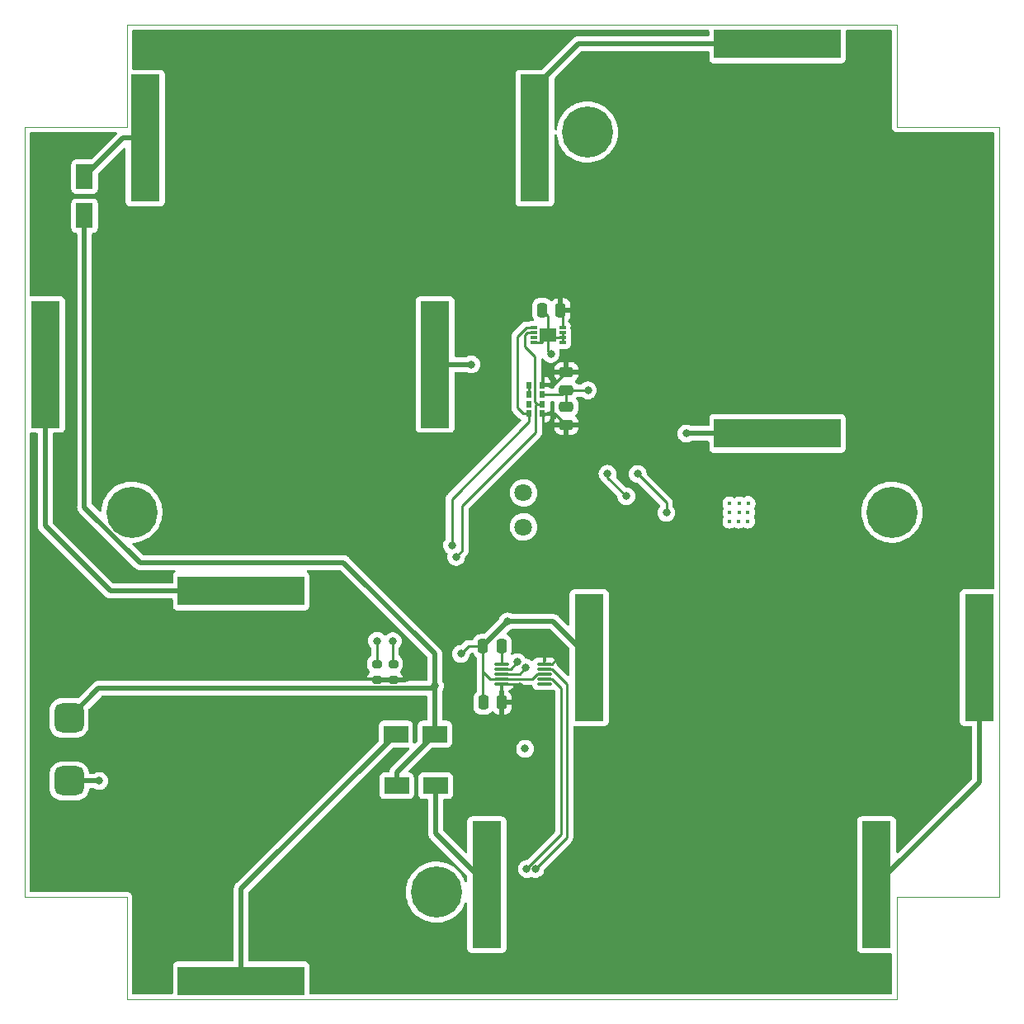
<source format=gbr>
%TF.GenerationSoftware,KiCad,Pcbnew,(6.0.9)*%
%TF.CreationDate,2023-01-30T21:02:38-08:00*%
%TF.ProjectId,solar-panel-side-Z,736f6c61-722d-4706-916e-656c2d736964,2.0*%
%TF.SameCoordinates,Original*%
%TF.FileFunction,Copper,L1,Top*%
%TF.FilePolarity,Positive*%
%FSLAX46Y46*%
G04 Gerber Fmt 4.6, Leading zero omitted, Abs format (unit mm)*
G04 Created by KiCad (PCBNEW (6.0.9)) date 2023-01-30 21:02:38*
%MOMM*%
%LPD*%
G01*
G04 APERTURE LIST*
G04 Aperture macros list*
%AMRoundRect*
0 Rectangle with rounded corners*
0 $1 Rounding radius*
0 $2 $3 $4 $5 $6 $7 $8 $9 X,Y pos of 4 corners*
0 Add a 4 corners polygon primitive as box body*
4,1,4,$2,$3,$4,$5,$6,$7,$8,$9,$2,$3,0*
0 Add four circle primitives for the rounded corners*
1,1,$1+$1,$2,$3*
1,1,$1+$1,$4,$5*
1,1,$1+$1,$6,$7*
1,1,$1+$1,$8,$9*
0 Add four rect primitives between the rounded corners*
20,1,$1+$1,$2,$3,$4,$5,0*
20,1,$1+$1,$4,$5,$6,$7,0*
20,1,$1+$1,$6,$7,$8,$9,0*
20,1,$1+$1,$8,$9,$2,$3,0*%
G04 Aperture macros list end*
%TA.AperFunction,Profile*%
%ADD10C,0.050000*%
%TD*%
%TA.AperFunction,ComponentPad*%
%ADD11C,5.250000*%
%TD*%
%TA.AperFunction,SMDPad,CuDef*%
%ADD12R,2.500000X1.700000*%
%TD*%
%TA.AperFunction,SMDPad,CuDef*%
%ADD13RoundRect,0.750000X-0.750000X-0.750000X0.750000X-0.750000X0.750000X0.750000X-0.750000X0.750000X0*%
%TD*%
%TA.AperFunction,SMDPad,CuDef*%
%ADD14RoundRect,0.250000X0.250000X0.475000X-0.250000X0.475000X-0.250000X-0.475000X0.250000X-0.475000X0*%
%TD*%
%TA.AperFunction,SMDPad,CuDef*%
%ADD15RoundRect,0.250000X0.475000X-0.250000X0.475000X0.250000X-0.475000X0.250000X-0.475000X-0.250000X0*%
%TD*%
%TA.AperFunction,SMDPad,CuDef*%
%ADD16RoundRect,0.200000X0.275000X-0.200000X0.275000X0.200000X-0.275000X0.200000X-0.275000X-0.200000X0*%
%TD*%
%TA.AperFunction,SMDPad,CuDef*%
%ADD17R,0.750000X0.300000*%
%TD*%
%TA.AperFunction,SMDPad,CuDef*%
%ADD18R,1.750000X1.450000*%
%TD*%
%TA.AperFunction,SMDPad,CuDef*%
%ADD19R,3.000000X13.000000*%
%TD*%
%TA.AperFunction,SMDPad,CuDef*%
%ADD20R,13.000000X3.000000*%
%TD*%
%TA.AperFunction,SMDPad,CuDef*%
%ADD21R,0.600000X0.720000*%
%TD*%
%TA.AperFunction,SMDPad,CuDef*%
%ADD22RoundRect,0.075000X-0.650000X-0.075000X0.650000X-0.075000X0.650000X0.075000X-0.650000X0.075000X0*%
%TD*%
%TA.AperFunction,SMDPad,CuDef*%
%ADD23R,1.700000X2.500000*%
%TD*%
%TA.AperFunction,ComponentPad*%
%ADD24C,1.800000*%
%TD*%
%TA.AperFunction,ViaPad*%
%ADD25C,0.800000*%
%TD*%
%TA.AperFunction,ViaPad*%
%ADD26C,0.450000*%
%TD*%
%TA.AperFunction,Conductor*%
%ADD27C,0.250000*%
%TD*%
%TA.AperFunction,Conductor*%
%ADD28C,0.500000*%
%TD*%
G04 APERTURE END LIST*
D10*
X99500000Y-45500000D02*
X110000000Y-45500000D01*
X189000000Y-135000000D02*
X110000000Y-135000000D01*
X199500000Y-124500000D02*
X189000000Y-124500000D01*
X189000000Y-45500000D02*
X199500000Y-45500000D01*
X99500000Y-124500000D02*
X99500000Y-45500000D01*
X110000000Y-135000000D02*
X110000000Y-124500000D01*
X110000000Y-35000000D02*
X189000000Y-35000000D01*
X110000000Y-124500000D02*
X99500000Y-124500000D01*
X199500000Y-45500000D02*
X199500000Y-124500000D01*
X189000000Y-35000000D02*
X189000000Y-45500000D01*
X110000000Y-45500000D02*
X110000000Y-35000000D01*
X189000000Y-124500000D02*
X189000000Y-135000000D01*
D11*
%TO.P,J3,1,Pin_1*%
%TO.N,unconnected-(J3-Pad1)*%
X110500000Y-85000000D03*
%TD*%
%TO.P,J4,1,Pin_1*%
%TO.N,unconnected-(J4-Pad1)*%
X141750000Y-124000000D03*
%TD*%
%TO.P,J5,1,Pin_1*%
%TO.N,unconnected-(J5-Pad1)*%
X157250000Y-46000000D03*
%TD*%
%TO.P,J6,1,Pin_1*%
%TO.N,unconnected-(J6-Pad1)*%
X188500000Y-85000000D03*
%TD*%
D12*
%TO.P,D3,1,K*%
%TO.N,VSOLAR*%
X141590000Y-107770000D03*
%TO.P,D3,2,A*%
%TO.N,Net-(D3-Pad2)*%
X137590000Y-107770000D03*
%TD*%
D13*
%TO.P,TP1,1,1*%
%TO.N,VSOLAR*%
X104050000Y-106110000D03*
%TD*%
D14*
%TO.P,C5,1*%
%TO.N,Net-(C5-Pad1)*%
X148430000Y-98750000D03*
%TO.P,C5,2*%
%TO.N,GND*%
X146530000Y-98750000D03*
%TD*%
D15*
%TO.P,C4,1*%
%TO.N,GND*%
X155075000Y-72510000D03*
%TO.P,C4,2*%
%TO.N,+3V3*%
X155075000Y-70610000D03*
%TD*%
D16*
%TO.P,R7,1*%
%TO.N,+3V3*%
X135630000Y-102230000D03*
%TO.P,R7,2*%
%TO.N,SDA*%
X135630000Y-100580000D03*
%TD*%
D17*
%TO.P,U3,1,SDA*%
%TO.N,SDA*%
X151780000Y-66080000D03*
%TO.P,U3,2,SCL*%
%TO.N,SCL*%
X151780000Y-66580000D03*
%TO.P,U3,3,Alert*%
%TO.N,unconnected-(U3-Pad3)*%
X151780000Y-67080000D03*
%TO.P,U3,4,GND*%
%TO.N,GND*%
X151780000Y-67580000D03*
%TO.P,U3,5,A2*%
X154680000Y-67580000D03*
%TO.P,U3,6,A1*%
X154680000Y-67080000D03*
%TO.P,U3,7,A0*%
X154680000Y-66580000D03*
%TO.P,U3,8,VDD*%
%TO.N,+3V3*%
X154680000Y-66080000D03*
D18*
%TO.P,U3,9,EP/GND*%
%TO.N,GND*%
X153230000Y-66830000D03*
%TD*%
D19*
%TO.P,SC5,1,+*%
%TO.N,Net-(D4-Pad2)*%
X146930000Y-123240000D03*
%TO.P,SC5,2,-*%
%TO.N,Net-(SC5-Pad2)*%
X186930000Y-123240000D03*
%TD*%
D13*
%TO.P,TP2,1,1*%
%TO.N,GND*%
X104080000Y-112590000D03*
%TD*%
D20*
%TO.P,SC3,1,+*%
%TO.N,Net-(D3-Pad2)*%
X121720000Y-133090000D03*
%TO.P,SC3,2,-*%
%TO.N,Net-(SC3-Pad2)*%
X121720000Y-93090000D03*
%TD*%
D21*
%TO.P,U1,1,SDA*%
%TO.N,SDA*%
X151240000Y-74905000D03*
%TO.P,U1,2,INT*%
%TO.N,unconnected-(U1-Pad2)*%
X151240000Y-73935000D03*
%TO.P,U1,3,LDR*%
%TO.N,Net-(U1-Pad3)*%
X151240000Y-72965000D03*
%TO.P,U1,4,LEDK*%
X151240000Y-71995000D03*
%TO.P,U1,5,LEDA*%
%TO.N,+3V3*%
X152640000Y-71995000D03*
%TO.P,U1,6,GND*%
%TO.N,GND*%
X152640000Y-72965000D03*
%TO.P,U1,7,SCL*%
%TO.N,SCL*%
X152640000Y-73935000D03*
%TO.P,U1,8,VDD*%
%TO.N,+3V3*%
X152640000Y-74905000D03*
%TD*%
D14*
%TO.P,C3,1*%
%TO.N,+3V3*%
X148460000Y-104540000D03*
%TO.P,C3,2*%
%TO.N,GND*%
X146560000Y-104540000D03*
%TD*%
D22*
%TO.P,U2,1,REG*%
%TO.N,Net-(C5-Pad1)*%
X148440000Y-100610000D03*
%TO.P,U2,2,SCL*%
%TO.N,SCL*%
X148440000Y-101110000D03*
%TO.P,U2,3,SDA*%
%TO.N,SDA*%
X148440000Y-101610000D03*
%TO.P,U2,4,IN/TRIG*%
%TO.N,GND*%
X148440000Y-102110000D03*
%TO.P,U2,5,EN*%
%TO.N,+3V3*%
X148440000Y-102610000D03*
%TO.P,U2,6,VDD/NC*%
%TO.N,unconnected-(U2-Pad6)*%
X152840000Y-102610000D03*
%TO.P,U2,7,OUT+*%
%TO.N,Net-(U2-Pad7)*%
X152840000Y-102110000D03*
%TO.P,U2,8,GND*%
%TO.N,GND*%
X152840000Y-101610000D03*
%TO.P,U2,9,OUT-*%
%TO.N,Net-(U2-Pad7)*%
X152840000Y-101110000D03*
%TO.P,U2,10,VDD*%
%TO.N,+3V3*%
X152840000Y-100610000D03*
%TD*%
D12*
%TO.P,D4,1,K*%
%TO.N,VSOLAR*%
X137680000Y-113090000D03*
%TO.P,D4,2,A*%
%TO.N,Net-(D4-Pad2)*%
X141680000Y-113090000D03*
%TD*%
D14*
%TO.P,C2,1*%
%TO.N,+3V3*%
X154500000Y-64285000D03*
%TO.P,C2,2*%
%TO.N,GND*%
X152600000Y-64285000D03*
%TD*%
D16*
%TO.P,R2,1*%
%TO.N,+3V3*%
X137320000Y-102220000D03*
%TO.P,R2,2*%
%TO.N,SCL*%
X137320000Y-100570000D03*
%TD*%
D19*
%TO.P,SC4,1,+*%
%TO.N,Net-(SC3-Pad2)*%
X101620000Y-69850000D03*
%TO.P,SC4,2,-*%
%TO.N,GND*%
X141620000Y-69850000D03*
%TD*%
%TO.P,SC6,1,+*%
%TO.N,Net-(SC5-Pad2)*%
X197440000Y-99920000D03*
%TO.P,SC6,2,-*%
%TO.N,GND*%
X157440000Y-99920000D03*
%TD*%
D15*
%TO.P,C1,1*%
%TO.N,+3V3*%
X155075000Y-76070000D03*
%TO.P,C1,2*%
%TO.N,GND*%
X155075000Y-74170000D03*
%TD*%
D20*
%TO.P,SC2,1,+*%
%TO.N,Net-(SC1-Pad2)*%
X176760000Y-36940000D03*
%TO.P,SC2,2,-*%
%TO.N,GND*%
X176760000Y-76940000D03*
%TD*%
D23*
%TO.P,D2,1,K*%
%TO.N,VSOLAR*%
X105650000Y-54590000D03*
%TO.P,D2,2,A*%
%TO.N,Net-(D2-Pad2)*%
X105650000Y-50590000D03*
%TD*%
D19*
%TO.P,SC1,1,+*%
%TO.N,Net-(D2-Pad2)*%
X111870000Y-46630000D03*
%TO.P,SC1,2,-*%
%TO.N,Net-(SC1-Pad2)*%
X151870000Y-46630000D03*
%TD*%
D24*
%TO.P,J2,1,Pin_1*%
%TO.N,Net-(FB2-Pad1)*%
X150689922Y-83020000D03*
%TO.P,J2,2,Pin_2*%
%TO.N,Net-(FB1-Pad1)*%
X150689922Y-86520000D03*
%TD*%
D25*
%TO.N,GND*%
X107150000Y-112590000D03*
D26*
X172770000Y-85950000D03*
X173710000Y-85030000D03*
D25*
X149060000Y-96220000D03*
D26*
X173690000Y-85950000D03*
D25*
X157310000Y-72510000D03*
D26*
X172860000Y-84120000D03*
X173760000Y-84100000D03*
D25*
X145330000Y-69850000D03*
X144270000Y-99550000D03*
D26*
X171850000Y-85030000D03*
X171840000Y-84130000D03*
D25*
X167400000Y-76940000D03*
D26*
X171845000Y-85955000D03*
X172830000Y-85030000D03*
D25*
X153500000Y-68760000D03*
%TO.N,+3V3*%
X159299922Y-84780000D03*
X141210000Y-95190000D03*
X150340000Y-102880000D03*
X171980000Y-81020000D03*
X164009922Y-85100000D03*
X154250000Y-99940000D03*
X138815000Y-101955000D03*
%TO.N,VSOLAR*%
X141590000Y-102830000D03*
%TO.N,SDA*%
X135670000Y-98200000D03*
X150940000Y-100960000D03*
X143340000Y-88410000D03*
%TO.N,SCL*%
X143775000Y-89605000D03*
X137270000Y-98240000D03*
X150070000Y-100390000D03*
%TO.N,Net-(D1-Pad3)*%
X161239922Y-83380000D03*
X159309922Y-81070000D03*
%TO.N,VSense*%
X162404922Y-81085000D03*
X165349922Y-85060000D03*
%TO.N,Net-(U2-Pad7)*%
X151020000Y-121610000D03*
X150850000Y-109290000D03*
X151910000Y-121620000D03*
%TD*%
D27*
%TO.N,GND*%
X153480000Y-67080000D02*
X153230000Y-66830000D01*
D28*
X153740000Y-96220000D02*
X149060000Y-96220000D01*
D27*
X153230000Y-68490000D02*
X153500000Y-68760000D01*
D28*
X149060000Y-96220000D02*
X146530000Y-98750000D01*
D27*
X152480000Y-67580000D02*
X153230000Y-66830000D01*
X146560000Y-104540000D02*
X146530000Y-104510000D01*
X146530000Y-101400000D02*
X146530000Y-98750000D01*
D28*
X141620000Y-69850000D02*
X145330000Y-69850000D01*
D27*
X153230000Y-66830000D02*
X153230000Y-68490000D01*
X154620000Y-72965000D02*
X155075000Y-72510000D01*
X147260000Y-102130000D02*
X146530000Y-101400000D01*
X152049315Y-101610000D02*
X152840000Y-101610000D01*
X154680000Y-67580000D02*
X154680000Y-66580000D01*
X154680000Y-67080000D02*
X153480000Y-67080000D01*
X153230000Y-66830000D02*
X153230000Y-64915000D01*
X148440000Y-102110000D02*
X151549315Y-102110000D01*
X148440000Y-102110000D02*
X148420000Y-102130000D01*
X151780000Y-67580000D02*
X152480000Y-67580000D01*
D28*
X157440000Y-99920000D02*
X153740000Y-96220000D01*
D27*
X146530000Y-98750000D02*
X145070000Y-98750000D01*
X151549315Y-102110000D02*
X152049315Y-101610000D01*
D28*
X104080000Y-112590000D02*
X107150000Y-112590000D01*
D27*
X146530000Y-104510000D02*
X146530000Y-101400000D01*
X155075000Y-74170000D02*
X155075000Y-72510000D01*
X145070000Y-98750000D02*
X144270000Y-99550000D01*
X155075000Y-72510000D02*
X157310000Y-72510000D01*
X153230000Y-64915000D02*
X152600000Y-64285000D01*
D28*
X176760000Y-76940000D02*
X167400000Y-76940000D01*
D27*
X152640000Y-72965000D02*
X154620000Y-72965000D01*
X148420000Y-102130000D02*
X147260000Y-102130000D01*
%TO.N,+3V3*%
X152840000Y-100610000D02*
X153580000Y-100610000D01*
X148440000Y-102610000D02*
X150070000Y-102610000D01*
X154680000Y-64465000D02*
X154500000Y-64285000D01*
X155075000Y-76070000D02*
X153910000Y-74905000D01*
D28*
X138815000Y-101955000D02*
X138900000Y-101870000D01*
D27*
X155105000Y-76100000D02*
X155075000Y-76070000D01*
X148460000Y-104540000D02*
X148460000Y-102630000D01*
D28*
X135630000Y-102230000D02*
X138540000Y-102230000D01*
D27*
X152640000Y-71995000D02*
X153690000Y-71995000D01*
X164009922Y-85100000D02*
X163689922Y-84780000D01*
X153910000Y-74905000D02*
X152640000Y-74905000D01*
X150070000Y-102610000D02*
X150340000Y-102880000D01*
X163689922Y-84780000D02*
X159299922Y-84780000D01*
X154680000Y-66080000D02*
X154680000Y-64465000D01*
X148460000Y-102630000D02*
X148440000Y-102610000D01*
X153690000Y-71995000D02*
X155075000Y-70610000D01*
X153580000Y-100610000D02*
X154250000Y-99940000D01*
D28*
X138540000Y-102230000D02*
X138815000Y-101955000D01*
%TO.N,VSOLAR*%
X105650000Y-54590000D02*
X105650000Y-84498707D01*
X105650000Y-84498707D02*
X111331293Y-90180000D01*
X141590000Y-102830000D02*
X141340000Y-103080000D01*
X137680000Y-111680000D02*
X141590000Y-107770000D01*
X137680000Y-113090000D02*
X137680000Y-111680000D01*
X107080000Y-103080000D02*
X104050000Y-106110000D01*
X132230000Y-90180000D02*
X141590000Y-99540000D01*
X141340000Y-103080000D02*
X107080000Y-103080000D01*
X111331293Y-90180000D02*
X132230000Y-90180000D01*
X141590000Y-107770000D02*
X141590000Y-102830000D01*
X141590000Y-99540000D02*
X141590000Y-102830000D01*
D27*
%TO.N,SDA*%
X150968604Y-66080000D02*
X150090000Y-66958604D01*
X143330000Y-83670000D02*
X143330000Y-88430000D01*
X150090000Y-66958604D02*
X150090000Y-74320000D01*
X151780000Y-66080000D02*
X150968604Y-66080000D01*
X135670000Y-98200000D02*
X135670000Y-100540000D01*
X151240000Y-74905000D02*
X151240000Y-75760000D01*
X150290000Y-101610000D02*
X150940000Y-100960000D01*
X151240000Y-75760000D02*
X143330000Y-83670000D01*
X150090000Y-74320000D02*
X150675000Y-74905000D01*
X148440000Y-101610000D02*
X150290000Y-101610000D01*
X150675000Y-74905000D02*
X151240000Y-74905000D01*
X135670000Y-100540000D02*
X135630000Y-100580000D01*
%TO.N,SCL*%
X150860000Y-67990000D02*
X150860000Y-66825000D01*
X148440000Y-101110000D02*
X149350000Y-101110000D01*
X151960000Y-76820000D02*
X144420000Y-84360000D01*
X152640000Y-73935000D02*
X152090000Y-73935000D01*
X137270000Y-100520000D02*
X137320000Y-100570000D01*
X150860000Y-66825000D02*
X151105000Y-66580000D01*
X151960000Y-74065000D02*
X151960000Y-76820000D01*
X137270000Y-98240000D02*
X137270000Y-100520000D01*
X144420000Y-88960000D02*
X143775000Y-89605000D01*
X151865000Y-73710000D02*
X151865000Y-68995000D01*
X149350000Y-101110000D02*
X150070000Y-100390000D01*
X144420000Y-84360000D02*
X144420000Y-88960000D01*
X151105000Y-66580000D02*
X151780000Y-66580000D01*
X151865000Y-68995000D02*
X150860000Y-67990000D01*
X152090000Y-73935000D02*
X151960000Y-74065000D01*
X152090000Y-73935000D02*
X151865000Y-73710000D01*
%TO.N,Net-(C5-Pad1)*%
X148440000Y-98760000D02*
X148430000Y-98750000D01*
X148440000Y-100610000D02*
X148440000Y-98760000D01*
%TO.N,Net-(D1-Pad3)*%
X161239922Y-83380000D02*
X159309922Y-81450000D01*
X159309922Y-81450000D02*
X159309922Y-81070000D01*
%TO.N,VSense*%
X165349922Y-84030000D02*
X162404922Y-81085000D01*
X165349922Y-85060000D02*
X165349922Y-84030000D01*
D28*
%TO.N,Net-(D2-Pad2)*%
X111870000Y-46630000D02*
X109610000Y-46630000D01*
X109610000Y-46630000D02*
X105650000Y-50590000D01*
%TO.N,Net-(D3-Pad2)*%
X121720000Y-123640000D02*
X121720000Y-133090000D01*
X137590000Y-107770000D02*
X121720000Y-123640000D01*
%TO.N,Net-(D4-Pad2)*%
X141680000Y-117990000D02*
X141680000Y-113090000D01*
X146930000Y-123240000D02*
X141680000Y-117990000D01*
%TO.N,Net-(SC1-Pad2)*%
X151870000Y-46630000D02*
X151870000Y-41410000D01*
X151870000Y-41410000D02*
X156340000Y-36940000D01*
X156340000Y-36940000D02*
X176760000Y-36940000D01*
%TO.N,Net-(SC3-Pad2)*%
X101620000Y-86410000D02*
X108300000Y-93090000D01*
X101620000Y-69850000D02*
X101620000Y-86410000D01*
X108300000Y-93090000D02*
X121720000Y-93090000D01*
%TO.N,Net-(SC5-Pad2)*%
X197440000Y-112730000D02*
X186930000Y-123240000D01*
X197440000Y-99920000D02*
X197440000Y-112730000D01*
D27*
%TO.N,Net-(U1-Pad3)*%
X151240000Y-71995000D02*
X151240000Y-72965000D01*
%TO.N,Net-(U2-Pad7)*%
X153630685Y-102110000D02*
X154550000Y-103029315D01*
X154550000Y-103029315D02*
X154550000Y-118080000D01*
X154550000Y-118080000D02*
X151020000Y-121610000D01*
X155150000Y-118380000D02*
X151910000Y-121620000D01*
X155150000Y-102610000D02*
X155150000Y-118380000D01*
X152840000Y-102110000D02*
X153630685Y-102110000D01*
X152840000Y-101110000D02*
X153650000Y-101110000D01*
X153650000Y-101110000D02*
X155150000Y-102610000D01*
%TD*%
%TA.AperFunction,Conductor*%
%TO.N,+3V3*%
G36*
X100803621Y-76878502D02*
G01*
X100850114Y-76932158D01*
X100861500Y-76984500D01*
X100861500Y-86342930D01*
X100860067Y-86361880D01*
X100856801Y-86383349D01*
X100857394Y-86390641D01*
X100857394Y-86390644D01*
X100861085Y-86436018D01*
X100861500Y-86446233D01*
X100861500Y-86454293D01*
X100861925Y-86457937D01*
X100864789Y-86482507D01*
X100865222Y-86486882D01*
X100869783Y-86542951D01*
X100871140Y-86559637D01*
X100873396Y-86566601D01*
X100874587Y-86572560D01*
X100875971Y-86578415D01*
X100876818Y-86585681D01*
X100901735Y-86654327D01*
X100903152Y-86658455D01*
X100912717Y-86687979D01*
X100925649Y-86727899D01*
X100929445Y-86734154D01*
X100931951Y-86739628D01*
X100934670Y-86745058D01*
X100937167Y-86751937D01*
X100941180Y-86758057D01*
X100941180Y-86758058D01*
X100977186Y-86812976D01*
X100979523Y-86816680D01*
X101017405Y-86879107D01*
X101021121Y-86883315D01*
X101021122Y-86883316D01*
X101024803Y-86887484D01*
X101024776Y-86887508D01*
X101027429Y-86890500D01*
X101030132Y-86893733D01*
X101034144Y-86899852D01*
X101050031Y-86914902D01*
X101090383Y-86953128D01*
X101092825Y-86955506D01*
X107716230Y-93578911D01*
X107728616Y-93593323D01*
X107737149Y-93604918D01*
X107737154Y-93604923D01*
X107741492Y-93610818D01*
X107747070Y-93615557D01*
X107747073Y-93615560D01*
X107781768Y-93645035D01*
X107789284Y-93651965D01*
X107794980Y-93657661D01*
X107797841Y-93659924D01*
X107797846Y-93659929D01*
X107817256Y-93675285D01*
X107820658Y-93678074D01*
X107876285Y-93725333D01*
X107882802Y-93728661D01*
X107887850Y-93732027D01*
X107892972Y-93735190D01*
X107898716Y-93739735D01*
X107964895Y-93770664D01*
X107968779Y-93772563D01*
X108033808Y-93805769D01*
X108040923Y-93807510D01*
X108046578Y-93809613D01*
X108052317Y-93811522D01*
X108058950Y-93814622D01*
X108130435Y-93829491D01*
X108134701Y-93830457D01*
X108205610Y-93847808D01*
X108211212Y-93848156D01*
X108211215Y-93848156D01*
X108216764Y-93848500D01*
X108216762Y-93848535D01*
X108220734Y-93848775D01*
X108224955Y-93849152D01*
X108232115Y-93850641D01*
X108309542Y-93848546D01*
X108312950Y-93848500D01*
X114585500Y-93848500D01*
X114653621Y-93868502D01*
X114700114Y-93922158D01*
X114711500Y-93974500D01*
X114711500Y-94638134D01*
X114718255Y-94700316D01*
X114769385Y-94836705D01*
X114856739Y-94953261D01*
X114973295Y-95040615D01*
X115109684Y-95091745D01*
X115171866Y-95098500D01*
X128268134Y-95098500D01*
X128330316Y-95091745D01*
X128466705Y-95040615D01*
X128583261Y-94953261D01*
X128670615Y-94836705D01*
X128721745Y-94700316D01*
X128728500Y-94638134D01*
X128728500Y-91541866D01*
X128721745Y-91479684D01*
X128670615Y-91343295D01*
X128583261Y-91226739D01*
X128501318Y-91165326D01*
X128458803Y-91108467D01*
X128453777Y-91037648D01*
X128487837Y-90975355D01*
X128550168Y-90941365D01*
X128576883Y-90938500D01*
X131863629Y-90938500D01*
X131931750Y-90958502D01*
X131952724Y-90975405D01*
X140794595Y-99817276D01*
X140828621Y-99879588D01*
X140831500Y-99906371D01*
X140831500Y-102195500D01*
X140811498Y-102263621D01*
X140757842Y-102310114D01*
X140705500Y-102321500D01*
X107147070Y-102321500D01*
X107128120Y-102320067D01*
X107113885Y-102317901D01*
X107113881Y-102317901D01*
X107106651Y-102316801D01*
X107099359Y-102317394D01*
X107099356Y-102317394D01*
X107053982Y-102321085D01*
X107043767Y-102321500D01*
X107035707Y-102321500D01*
X107022417Y-102323049D01*
X107007493Y-102324789D01*
X107003118Y-102325222D01*
X106937661Y-102330546D01*
X106937658Y-102330547D01*
X106930363Y-102331140D01*
X106923399Y-102333396D01*
X106917440Y-102334587D01*
X106911585Y-102335971D01*
X106904319Y-102336818D01*
X106835673Y-102361735D01*
X106831545Y-102363152D01*
X106769064Y-102383393D01*
X106769062Y-102383394D01*
X106762101Y-102385649D01*
X106755846Y-102389445D01*
X106750372Y-102391951D01*
X106744942Y-102394670D01*
X106738063Y-102397167D01*
X106731943Y-102401180D01*
X106731942Y-102401180D01*
X106677024Y-102437186D01*
X106673320Y-102439523D01*
X106610893Y-102477405D01*
X106602516Y-102484803D01*
X106602492Y-102484776D01*
X106599500Y-102487429D01*
X106596267Y-102490132D01*
X106590148Y-102494144D01*
X106585116Y-102499456D01*
X106536872Y-102550383D01*
X106534494Y-102552825D01*
X105017761Y-104069558D01*
X104955449Y-104103584D01*
X104918453Y-104106048D01*
X104879000Y-104102839D01*
X104865089Y-104101707D01*
X104865085Y-104101707D01*
X104862542Y-104101500D01*
X103237458Y-104101500D01*
X103234918Y-104101707D01*
X103234908Y-104101707D01*
X103149705Y-104108638D01*
X103095800Y-104113022D01*
X102878206Y-104168890D01*
X102673945Y-104262409D01*
X102669341Y-104265609D01*
X102669339Y-104265610D01*
X102644140Y-104283124D01*
X102489473Y-104390620D01*
X102330620Y-104549473D01*
X102202409Y-104733945D01*
X102108890Y-104938206D01*
X102107495Y-104943638D01*
X102107495Y-104943639D01*
X102076233Y-105065400D01*
X102053022Y-105155800D01*
X102041500Y-105297458D01*
X102041500Y-106922542D01*
X102041707Y-106925082D01*
X102041707Y-106925092D01*
X102046692Y-106986379D01*
X102053022Y-107064200D01*
X102108890Y-107281794D01*
X102202409Y-107486055D01*
X102330620Y-107670527D01*
X102489473Y-107829380D01*
X102673945Y-107957591D01*
X102878206Y-108051110D01*
X103095800Y-108106978D01*
X103149705Y-108111362D01*
X103234908Y-108118293D01*
X103234918Y-108118293D01*
X103237458Y-108118500D01*
X104862542Y-108118500D01*
X104865082Y-108118293D01*
X104865092Y-108118293D01*
X104950295Y-108111362D01*
X105004200Y-108106978D01*
X105221794Y-108051110D01*
X105426055Y-107957591D01*
X105610527Y-107829380D01*
X105769380Y-107670527D01*
X105897591Y-107486055D01*
X105991110Y-107281794D01*
X106046978Y-107064200D01*
X106053308Y-106986379D01*
X106058293Y-106925092D01*
X106058293Y-106925082D01*
X106058500Y-106922542D01*
X106058500Y-105297458D01*
X106053952Y-105241548D01*
X106068365Y-105172032D01*
X106090442Y-105142239D01*
X107357276Y-103875405D01*
X107419588Y-103841379D01*
X107446371Y-103838500D01*
X140705500Y-103838500D01*
X140773621Y-103858502D01*
X140820114Y-103912158D01*
X140831500Y-103964500D01*
X140831500Y-106285500D01*
X140811498Y-106353621D01*
X140757842Y-106400114D01*
X140705500Y-106411500D01*
X140291866Y-106411500D01*
X140229684Y-106418255D01*
X140093295Y-106469385D01*
X139976739Y-106556739D01*
X139889385Y-106673295D01*
X139838255Y-106809684D01*
X139831500Y-106871866D01*
X139831500Y-108403629D01*
X139811498Y-108471750D01*
X139794595Y-108492724D01*
X139563595Y-108723724D01*
X139501283Y-108757750D01*
X139430468Y-108752685D01*
X139373632Y-108710138D01*
X139348821Y-108643618D01*
X139348500Y-108634629D01*
X139348500Y-106871866D01*
X139341745Y-106809684D01*
X139290615Y-106673295D01*
X139203261Y-106556739D01*
X139086705Y-106469385D01*
X138950316Y-106418255D01*
X138888134Y-106411500D01*
X136291866Y-106411500D01*
X136229684Y-106418255D01*
X136093295Y-106469385D01*
X135976739Y-106556739D01*
X135889385Y-106673295D01*
X135838255Y-106809684D01*
X135831500Y-106871866D01*
X135831500Y-108403629D01*
X135811498Y-108471750D01*
X135794595Y-108492724D01*
X121231089Y-123056230D01*
X121216677Y-123068616D01*
X121205082Y-123077149D01*
X121205077Y-123077154D01*
X121199182Y-123081492D01*
X121194443Y-123087070D01*
X121194440Y-123087073D01*
X121164965Y-123121768D01*
X121158035Y-123129284D01*
X121152340Y-123134979D01*
X121150060Y-123137861D01*
X121134719Y-123157251D01*
X121131928Y-123160655D01*
X121089409Y-123210703D01*
X121084667Y-123216285D01*
X121081339Y-123222801D01*
X121077972Y-123227850D01*
X121074805Y-123232979D01*
X121070266Y-123238716D01*
X121039345Y-123304875D01*
X121037442Y-123308769D01*
X121004231Y-123373808D01*
X121002492Y-123380916D01*
X121000393Y-123386559D01*
X120998476Y-123392322D01*
X120995378Y-123398950D01*
X120993888Y-123406112D01*
X120993888Y-123406113D01*
X120980514Y-123470412D01*
X120979544Y-123474696D01*
X120962192Y-123545610D01*
X120961500Y-123556764D01*
X120961464Y-123556762D01*
X120961225Y-123560755D01*
X120960851Y-123564947D01*
X120959360Y-123572115D01*
X120959558Y-123579432D01*
X120961454Y-123649521D01*
X120961500Y-123652928D01*
X120961500Y-130955500D01*
X120941498Y-131023621D01*
X120887842Y-131070114D01*
X120835500Y-131081500D01*
X115171866Y-131081500D01*
X115109684Y-131088255D01*
X114973295Y-131139385D01*
X114856739Y-131226739D01*
X114769385Y-131343295D01*
X114718255Y-131479684D01*
X114711500Y-131541866D01*
X114711500Y-134365500D01*
X114691498Y-134433621D01*
X114637842Y-134480114D01*
X114585500Y-134491500D01*
X110634500Y-134491500D01*
X110566379Y-134471498D01*
X110519886Y-134417842D01*
X110508500Y-134365500D01*
X110508500Y-124508623D01*
X110508502Y-124507853D01*
X110508921Y-124439254D01*
X110508976Y-124430279D01*
X110500850Y-124401847D01*
X110497272Y-124385085D01*
X110494352Y-124364698D01*
X110493080Y-124355813D01*
X110482451Y-124332436D01*
X110476004Y-124314913D01*
X110471416Y-124298862D01*
X110468949Y-124290229D01*
X110464156Y-124282632D01*
X110453170Y-124265220D01*
X110445030Y-124250135D01*
X110432792Y-124223218D01*
X110416030Y-124203765D01*
X110404927Y-124188761D01*
X110391224Y-124167042D01*
X110384499Y-124161103D01*
X110384496Y-124161099D01*
X110369062Y-124147468D01*
X110357018Y-124135276D01*
X110343573Y-124119673D01*
X110343570Y-124119671D01*
X110337713Y-124112873D01*
X110316165Y-124098906D01*
X110301291Y-124087615D01*
X110288783Y-124076569D01*
X110288782Y-124076568D01*
X110282049Y-124070622D01*
X110255287Y-124058057D01*
X110240309Y-124049737D01*
X110223017Y-124038529D01*
X110223012Y-124038527D01*
X110215485Y-124033648D01*
X110206892Y-124031078D01*
X110206887Y-124031076D01*
X110190880Y-124026289D01*
X110173436Y-124019628D01*
X110158324Y-124012533D01*
X110158322Y-124012532D01*
X110150200Y-124008719D01*
X110141333Y-124007338D01*
X110141332Y-124007338D01*
X110131690Y-124005837D01*
X110120983Y-124004170D01*
X110104268Y-124000387D01*
X110084534Y-123994485D01*
X110084528Y-123994484D01*
X110075934Y-123991914D01*
X110066963Y-123991859D01*
X110066962Y-123991859D01*
X110056903Y-123991798D01*
X110041494Y-123991704D01*
X110040711Y-123991671D01*
X110039614Y-123991500D01*
X110008623Y-123991500D01*
X110007853Y-123991498D01*
X109934215Y-123991048D01*
X109934214Y-123991048D01*
X109930279Y-123991024D01*
X109928935Y-123991408D01*
X109927590Y-123991500D01*
X100134500Y-123991500D01*
X100066379Y-123971498D01*
X100019886Y-123917842D01*
X100008500Y-123865500D01*
X100008500Y-113402542D01*
X102071500Y-113402542D01*
X102083022Y-113544200D01*
X102138890Y-113761794D01*
X102232409Y-113966055D01*
X102360620Y-114150527D01*
X102519473Y-114309380D01*
X102703945Y-114437591D01*
X102908206Y-114531110D01*
X103125800Y-114586978D01*
X103179705Y-114591362D01*
X103264908Y-114598293D01*
X103264918Y-114598293D01*
X103267458Y-114598500D01*
X104892542Y-114598500D01*
X104895082Y-114598293D01*
X104895092Y-114598293D01*
X104980295Y-114591362D01*
X105034200Y-114586978D01*
X105251794Y-114531110D01*
X105456055Y-114437591D01*
X105640527Y-114309380D01*
X105799380Y-114150527D01*
X105927591Y-113966055D01*
X106021110Y-113761794D01*
X106076978Y-113544200D01*
X106083478Y-113464285D01*
X106108936Y-113398010D01*
X106166185Y-113356020D01*
X106209063Y-113348500D01*
X106607413Y-113348500D01*
X106681472Y-113372563D01*
X106687902Y-113377235D01*
X106687909Y-113377239D01*
X106693248Y-113381118D01*
X106699276Y-113383802D01*
X106699278Y-113383803D01*
X106861681Y-113456109D01*
X106867712Y-113458794D01*
X106961112Y-113478647D01*
X107048056Y-113497128D01*
X107048061Y-113497128D01*
X107054513Y-113498500D01*
X107245487Y-113498500D01*
X107251939Y-113497128D01*
X107251944Y-113497128D01*
X107338888Y-113478647D01*
X107432288Y-113458794D01*
X107438319Y-113456109D01*
X107600722Y-113383803D01*
X107600724Y-113383802D01*
X107606752Y-113381118D01*
X107612097Y-113377235D01*
X107716496Y-113301384D01*
X107761253Y-113268866D01*
X107794309Y-113232154D01*
X107884621Y-113131852D01*
X107884622Y-113131851D01*
X107889040Y-113126944D01*
X107984527Y-112961556D01*
X108043542Y-112779928D01*
X108049793Y-112720458D01*
X108062814Y-112596565D01*
X108063504Y-112590000D01*
X108049076Y-112452724D01*
X108044232Y-112406635D01*
X108044232Y-112406633D01*
X108043542Y-112400072D01*
X107984527Y-112218444D01*
X107889040Y-112053056D01*
X107761253Y-111911134D01*
X107651647Y-111831500D01*
X107612094Y-111802763D01*
X107612093Y-111802762D01*
X107606752Y-111798882D01*
X107600724Y-111796198D01*
X107600722Y-111796197D01*
X107438319Y-111723891D01*
X107438318Y-111723891D01*
X107432288Y-111721206D01*
X107338887Y-111701353D01*
X107251944Y-111682872D01*
X107251939Y-111682872D01*
X107245487Y-111681500D01*
X107054513Y-111681500D01*
X107048061Y-111682872D01*
X107048056Y-111682872D01*
X106961113Y-111701353D01*
X106867712Y-111721206D01*
X106861682Y-111723891D01*
X106861681Y-111723891D01*
X106699278Y-111796197D01*
X106699276Y-111796198D01*
X106693248Y-111798882D01*
X106687909Y-111802761D01*
X106687902Y-111802765D01*
X106681472Y-111807437D01*
X106607413Y-111831500D01*
X106209063Y-111831500D01*
X106140942Y-111811498D01*
X106094449Y-111757842D01*
X106083478Y-111715715D01*
X106077413Y-111641151D01*
X106076978Y-111635800D01*
X106046837Y-111518405D01*
X106022505Y-111423639D01*
X106022505Y-111423638D01*
X106021110Y-111418206D01*
X105927591Y-111213945D01*
X105917192Y-111198982D01*
X105890546Y-111160644D01*
X105799380Y-111029473D01*
X105640527Y-110870620D01*
X105456055Y-110742409D01*
X105251794Y-110648890D01*
X105034200Y-110593022D01*
X104980295Y-110588638D01*
X104895092Y-110581707D01*
X104895082Y-110581707D01*
X104892542Y-110581500D01*
X103267458Y-110581500D01*
X103264918Y-110581707D01*
X103264908Y-110581707D01*
X103179705Y-110588638D01*
X103125800Y-110593022D01*
X102908206Y-110648890D01*
X102703945Y-110742409D01*
X102519473Y-110870620D01*
X102360620Y-111029473D01*
X102269454Y-111160644D01*
X102242809Y-111198982D01*
X102232409Y-111213945D01*
X102138890Y-111418206D01*
X102137495Y-111423638D01*
X102137495Y-111423639D01*
X102113164Y-111518405D01*
X102083022Y-111635800D01*
X102082587Y-111641151D01*
X102073096Y-111757842D01*
X102071500Y-111777458D01*
X102071500Y-113402542D01*
X100008500Y-113402542D01*
X100008500Y-100323365D01*
X134646500Y-100323365D01*
X134646501Y-100836634D01*
X134653247Y-100910062D01*
X134704528Y-101073699D01*
X134793361Y-101220381D01*
X134889239Y-101316259D01*
X134923265Y-101378571D01*
X134918200Y-101449386D01*
X134889239Y-101494449D01*
X134799131Y-101584557D01*
X134789824Y-101596426D01*
X134708921Y-101730012D01*
X134702715Y-101743757D01*
X134655744Y-101893644D01*
X134653131Y-101906694D01*
X134648087Y-101961586D01*
X134651475Y-101973124D01*
X134652865Y-101974329D01*
X134660548Y-101976000D01*
X136278885Y-101976000D01*
X136295559Y-101971104D01*
X136331057Y-101966000D01*
X138284884Y-101966000D01*
X138300123Y-101961525D01*
X138301328Y-101960135D01*
X138302291Y-101955706D01*
X138296868Y-101896685D01*
X138294257Y-101883649D01*
X138247285Y-101733757D01*
X138241079Y-101720012D01*
X138160176Y-101586426D01*
X138150869Y-101574557D01*
X138060761Y-101484449D01*
X138026735Y-101422137D01*
X138031800Y-101351322D01*
X138060761Y-101306259D01*
X138156639Y-101210381D01*
X138245472Y-101063699D01*
X138296753Y-100900062D01*
X138303500Y-100826635D01*
X138303499Y-100313366D01*
X138296753Y-100239938D01*
X138273644Y-100166197D01*
X138247744Y-100083550D01*
X138247743Y-100083548D01*
X138245472Y-100076301D01*
X138156639Y-99929619D01*
X138035381Y-99808361D01*
X138003499Y-99789053D01*
X137964229Y-99765270D01*
X137916322Y-99712873D01*
X137903500Y-99657494D01*
X137903500Y-98942524D01*
X137923502Y-98874403D01*
X137935858Y-98858221D01*
X138009040Y-98776944D01*
X138104527Y-98611556D01*
X138163542Y-98429928D01*
X138183504Y-98240000D01*
X138177989Y-98187531D01*
X138164232Y-98056635D01*
X138164232Y-98056633D01*
X138163542Y-98050072D01*
X138104527Y-97868444D01*
X138009040Y-97703056D01*
X137978173Y-97668774D01*
X137885675Y-97566045D01*
X137885674Y-97566044D01*
X137881253Y-97561134D01*
X137726752Y-97448882D01*
X137720724Y-97446198D01*
X137720722Y-97446197D01*
X137558319Y-97373891D01*
X137558318Y-97373891D01*
X137552288Y-97371206D01*
X137458887Y-97351353D01*
X137371944Y-97332872D01*
X137371939Y-97332872D01*
X137365487Y-97331500D01*
X137174513Y-97331500D01*
X137168061Y-97332872D01*
X137168056Y-97332872D01*
X137081112Y-97351353D01*
X136987712Y-97371206D01*
X136981682Y-97373891D01*
X136981681Y-97373891D01*
X136819278Y-97446197D01*
X136819276Y-97446198D01*
X136813248Y-97448882D01*
X136658747Y-97561134D01*
X136654326Y-97566044D01*
X136654325Y-97566045D01*
X136581644Y-97646766D01*
X136521198Y-97684006D01*
X136450215Y-97682654D01*
X136394372Y-97646766D01*
X136339206Y-97585497D01*
X136286718Y-97527203D01*
X136285675Y-97526045D01*
X136285674Y-97526044D01*
X136281253Y-97521134D01*
X136181807Y-97448882D01*
X136132094Y-97412763D01*
X136132093Y-97412762D01*
X136126752Y-97408882D01*
X136120724Y-97406198D01*
X136120722Y-97406197D01*
X135958319Y-97333891D01*
X135958318Y-97333891D01*
X135952288Y-97331206D01*
X135858887Y-97311353D01*
X135771944Y-97292872D01*
X135771939Y-97292872D01*
X135765487Y-97291500D01*
X135574513Y-97291500D01*
X135568061Y-97292872D01*
X135568056Y-97292872D01*
X135481112Y-97311353D01*
X135387712Y-97331206D01*
X135381682Y-97333891D01*
X135381681Y-97333891D01*
X135219278Y-97406197D01*
X135219276Y-97406198D01*
X135213248Y-97408882D01*
X135207907Y-97412762D01*
X135207906Y-97412763D01*
X135158193Y-97448882D01*
X135058747Y-97521134D01*
X135054326Y-97526044D01*
X135054325Y-97526045D01*
X134945628Y-97646766D01*
X134930960Y-97663056D01*
X134835473Y-97828444D01*
X134776458Y-98010072D01*
X134775768Y-98016633D01*
X134775768Y-98016635D01*
X134763797Y-98130533D01*
X134756496Y-98200000D01*
X134757186Y-98206565D01*
X134769884Y-98327376D01*
X134776458Y-98389928D01*
X134835473Y-98571556D01*
X134930960Y-98736944D01*
X135004136Y-98818214D01*
X135034853Y-98882221D01*
X135036500Y-98902524D01*
X135036500Y-99673550D01*
X135016498Y-99741671D01*
X134975771Y-99781326D01*
X134957468Y-99792411D01*
X134914619Y-99818361D01*
X134793361Y-99939619D01*
X134704528Y-100086301D01*
X134702257Y-100093548D01*
X134702256Y-100093550D01*
X134694330Y-100118843D01*
X134653247Y-100249938D01*
X134646500Y-100323365D01*
X100008500Y-100323365D01*
X100008500Y-76984500D01*
X100028502Y-76916379D01*
X100082158Y-76869886D01*
X100134500Y-76858500D01*
X100735500Y-76858500D01*
X100803621Y-76878502D01*
G37*
%TD.AperFunction*%
%TA.AperFunction,Conductor*%
G36*
X169693621Y-35528502D02*
G01*
X169740114Y-35582158D01*
X169751500Y-35634500D01*
X169751500Y-36055500D01*
X169731498Y-36123621D01*
X169677842Y-36170114D01*
X169625500Y-36181500D01*
X156407070Y-36181500D01*
X156388120Y-36180067D01*
X156373885Y-36177901D01*
X156373881Y-36177901D01*
X156366651Y-36176801D01*
X156359359Y-36177394D01*
X156359356Y-36177394D01*
X156313982Y-36181085D01*
X156303767Y-36181500D01*
X156295707Y-36181500D01*
X156292073Y-36181924D01*
X156292067Y-36181924D01*
X156279042Y-36183443D01*
X156267480Y-36184791D01*
X156263132Y-36185221D01*
X156241059Y-36187016D01*
X156197662Y-36190546D01*
X156197659Y-36190547D01*
X156190364Y-36191140D01*
X156183400Y-36193396D01*
X156177461Y-36194583D01*
X156171590Y-36195970D01*
X156164319Y-36196818D01*
X156157443Y-36199314D01*
X156157434Y-36199316D01*
X156095702Y-36221725D01*
X156091598Y-36223135D01*
X156022101Y-36245648D01*
X156015846Y-36249444D01*
X156010387Y-36251943D01*
X156004939Y-36254671D01*
X155998063Y-36257167D01*
X155937010Y-36297195D01*
X155933327Y-36299519D01*
X155875686Y-36334496D01*
X155875682Y-36334499D01*
X155870893Y-36337405D01*
X155862517Y-36344803D01*
X155862493Y-36344776D01*
X155859511Y-36347421D01*
X155856274Y-36350128D01*
X155850148Y-36354144D01*
X155845112Y-36359460D01*
X155845111Y-36359461D01*
X155796854Y-36410402D01*
X155794476Y-36412844D01*
X152622724Y-39584595D01*
X152560412Y-39618621D01*
X152533629Y-39621500D01*
X150321866Y-39621500D01*
X150259684Y-39628255D01*
X150123295Y-39679385D01*
X150006739Y-39766739D01*
X149919385Y-39883295D01*
X149868255Y-40019684D01*
X149861500Y-40081866D01*
X149861500Y-53178134D01*
X149868255Y-53240316D01*
X149919385Y-53376705D01*
X150006739Y-53493261D01*
X150123295Y-53580615D01*
X150259684Y-53631745D01*
X150321866Y-53638500D01*
X153418134Y-53638500D01*
X153480316Y-53631745D01*
X153616705Y-53580615D01*
X153733261Y-53493261D01*
X153820615Y-53376705D01*
X153871745Y-53240316D01*
X153878500Y-53178134D01*
X153878500Y-46341522D01*
X153898502Y-46273401D01*
X153952158Y-46226908D01*
X154022432Y-46216804D01*
X154087012Y-46246298D01*
X154125396Y-46306024D01*
X154129017Y-46322246D01*
X154180145Y-46652518D01*
X154272012Y-46990645D01*
X154273302Y-46993904D01*
X154273304Y-46993909D01*
X154322316Y-47117698D01*
X154400998Y-47316424D01*
X154565493Y-47625795D01*
X154567483Y-47628701D01*
X154567484Y-47628703D01*
X154654216Y-47755371D01*
X154763449Y-47914902D01*
X154992397Y-48180142D01*
X155249485Y-48418207D01*
X155531507Y-48626132D01*
X155534544Y-48627886D01*
X155534548Y-48627888D01*
X155695060Y-48720559D01*
X155834949Y-48801324D01*
X155838170Y-48802731D01*
X156152807Y-48940193D01*
X156152817Y-48940197D01*
X156156029Y-48941600D01*
X156159387Y-48942639D01*
X156159391Y-48942641D01*
X156295685Y-48984831D01*
X156490743Y-49045212D01*
X156494199Y-49045871D01*
X156494198Y-49045871D01*
X156831471Y-49110210D01*
X156831477Y-49110211D01*
X156834922Y-49110868D01*
X157066253Y-49128668D01*
X157180777Y-49137480D01*
X157180778Y-49137480D01*
X157184274Y-49137749D01*
X157416291Y-49129646D01*
X157530929Y-49125643D01*
X157530933Y-49125643D01*
X157534445Y-49125520D01*
X157537924Y-49125006D01*
X157537927Y-49125006D01*
X157877578Y-49074851D01*
X157877584Y-49074850D01*
X157881070Y-49074335D01*
X157884474Y-49073436D01*
X157884477Y-49073435D01*
X158216439Y-48985727D01*
X158216440Y-48985727D01*
X158219830Y-48984831D01*
X158546502Y-48858123D01*
X158857014Y-48695792D01*
X159147496Y-48499859D01*
X159414327Y-48272768D01*
X159499069Y-48182527D01*
X159651771Y-48019916D01*
X159651775Y-48019911D01*
X159654182Y-48017348D01*
X159864071Y-47736785D01*
X159897468Y-47679862D01*
X160031633Y-47451181D01*
X160041377Y-47434573D01*
X160042809Y-47431357D01*
X160182459Y-47117698D01*
X160182461Y-47117693D01*
X160183891Y-47114481D01*
X160289837Y-46780498D01*
X160357894Y-46436786D01*
X160371614Y-46273401D01*
X160387030Y-46089814D01*
X160387031Y-46089803D01*
X160387213Y-46087630D01*
X160387290Y-46082158D01*
X160388407Y-46002178D01*
X160388407Y-46002166D01*
X160388437Y-46000000D01*
X160387737Y-45987467D01*
X160370845Y-45685351D01*
X160368878Y-45650162D01*
X160366365Y-45635302D01*
X160311032Y-45308153D01*
X160311031Y-45308148D01*
X160310445Y-45304684D01*
X160213866Y-44967873D01*
X160166818Y-44853726D01*
X160081683Y-44647171D01*
X160081679Y-44647163D01*
X160080345Y-44643926D01*
X159911546Y-44336882D01*
X159709573Y-44050567D01*
X159476943Y-43788550D01*
X159474342Y-43786208D01*
X159474337Y-43786203D01*
X159219167Y-43556447D01*
X159219166Y-43556447D01*
X159216557Y-43554097D01*
X159178538Y-43526878D01*
X158934513Y-43352173D01*
X158934510Y-43352171D01*
X158931659Y-43350130D01*
X158625800Y-43179192D01*
X158302794Y-43043412D01*
X158299425Y-43042421D01*
X158299421Y-43042419D01*
X158151053Y-42998752D01*
X157966665Y-42944484D01*
X157690895Y-42895858D01*
X157625063Y-42884250D01*
X157625061Y-42884250D01*
X157621603Y-42883640D01*
X157618094Y-42883419D01*
X157618092Y-42883419D01*
X157275428Y-42861860D01*
X157275422Y-42861860D01*
X157271910Y-42861639D01*
X157174516Y-42866403D01*
X156925451Y-42878584D01*
X156925443Y-42878585D01*
X156921944Y-42878756D01*
X156918476Y-42879318D01*
X156918473Y-42879318D01*
X156579542Y-42934213D01*
X156579539Y-42934214D01*
X156576067Y-42934776D01*
X156572684Y-42935721D01*
X156572682Y-42935721D01*
X156537747Y-42945475D01*
X156238589Y-43029001D01*
X156235341Y-43030313D01*
X156235333Y-43030316D01*
X155916983Y-43158938D01*
X155916979Y-43158940D01*
X155913719Y-43160257D01*
X155910632Y-43161926D01*
X155910628Y-43161928D01*
X155881220Y-43177829D01*
X155605503Y-43326909D01*
X155317785Y-43526878D01*
X155315143Y-43529191D01*
X155315139Y-43529194D01*
X155076206Y-43738365D01*
X155054151Y-43757673D01*
X154817886Y-44016416D01*
X154611935Y-44299883D01*
X154438865Y-44604541D01*
X154300834Y-44926591D01*
X154281112Y-44991914D01*
X154200789Y-45257958D01*
X154199562Y-45262021D01*
X154183452Y-45349800D01*
X154141505Y-45578352D01*
X154136311Y-45606650D01*
X154133686Y-45644187D01*
X154130193Y-45694140D01*
X154105488Y-45760700D01*
X154048720Y-45803337D01*
X153977912Y-45808514D01*
X153915546Y-45774588D01*
X153881422Y-45712329D01*
X153878500Y-45685351D01*
X153878500Y-40526371D01*
X153898502Y-40458250D01*
X153915405Y-40437276D01*
X156617276Y-37735405D01*
X156679588Y-37701379D01*
X156706371Y-37698500D01*
X169625500Y-37698500D01*
X169693621Y-37718502D01*
X169740114Y-37772158D01*
X169751500Y-37824500D01*
X169751500Y-38488134D01*
X169758255Y-38550316D01*
X169809385Y-38686705D01*
X169896739Y-38803261D01*
X170013295Y-38890615D01*
X170149684Y-38941745D01*
X170211866Y-38948500D01*
X183308134Y-38948500D01*
X183370316Y-38941745D01*
X183506705Y-38890615D01*
X183623261Y-38803261D01*
X183710615Y-38686705D01*
X183761745Y-38550316D01*
X183768500Y-38488134D01*
X183768500Y-35634500D01*
X183788502Y-35566379D01*
X183842158Y-35519886D01*
X183894500Y-35508500D01*
X188365500Y-35508500D01*
X188433621Y-35528502D01*
X188480114Y-35582158D01*
X188491500Y-35634500D01*
X188491500Y-45491377D01*
X188491498Y-45492147D01*
X188491024Y-45569721D01*
X188493491Y-45578352D01*
X188499150Y-45598153D01*
X188502728Y-45614915D01*
X188506920Y-45644187D01*
X188510634Y-45652355D01*
X188510634Y-45652356D01*
X188517548Y-45667562D01*
X188523996Y-45685086D01*
X188531051Y-45709771D01*
X188535843Y-45717365D01*
X188535844Y-45717368D01*
X188546830Y-45734780D01*
X188554969Y-45749863D01*
X188567208Y-45776782D01*
X188573069Y-45783584D01*
X188583970Y-45796235D01*
X188595073Y-45811239D01*
X188608776Y-45832958D01*
X188615501Y-45838897D01*
X188615504Y-45838901D01*
X188630938Y-45852532D01*
X188642982Y-45864724D01*
X188656427Y-45880327D01*
X188656430Y-45880329D01*
X188662287Y-45887127D01*
X188669816Y-45892007D01*
X188669817Y-45892008D01*
X188683835Y-45901094D01*
X188698709Y-45912385D01*
X188711217Y-45923431D01*
X188717951Y-45929378D01*
X188744711Y-45941942D01*
X188759691Y-45950263D01*
X188776983Y-45961471D01*
X188776988Y-45961473D01*
X188784515Y-45966352D01*
X188793108Y-45968922D01*
X188793113Y-45968924D01*
X188809120Y-45973711D01*
X188826564Y-45980372D01*
X188841676Y-45987467D01*
X188841678Y-45987468D01*
X188849800Y-45991281D01*
X188858667Y-45992662D01*
X188858668Y-45992662D01*
X188868310Y-45994163D01*
X188879017Y-45995830D01*
X188895732Y-45999613D01*
X188915466Y-46005515D01*
X188915472Y-46005516D01*
X188924066Y-46008086D01*
X188933037Y-46008141D01*
X188933038Y-46008141D01*
X188943097Y-46008202D01*
X188958506Y-46008296D01*
X188959289Y-46008329D01*
X188960386Y-46008500D01*
X188991377Y-46008500D01*
X188992147Y-46008502D01*
X189065785Y-46008952D01*
X189065786Y-46008952D01*
X189069721Y-46008976D01*
X189071065Y-46008592D01*
X189072410Y-46008500D01*
X198865500Y-46008500D01*
X198933621Y-46028502D01*
X198980114Y-46082158D01*
X198991500Y-46134500D01*
X198991500Y-92785500D01*
X198971498Y-92853621D01*
X198917842Y-92900114D01*
X198865500Y-92911500D01*
X195891866Y-92911500D01*
X195829684Y-92918255D01*
X195693295Y-92969385D01*
X195576739Y-93056739D01*
X195489385Y-93173295D01*
X195438255Y-93309684D01*
X195431500Y-93371866D01*
X195431500Y-106468134D01*
X195438255Y-106530316D01*
X195489385Y-106666705D01*
X195576739Y-106783261D01*
X195693295Y-106870615D01*
X195829684Y-106921745D01*
X195891866Y-106928500D01*
X196555500Y-106928500D01*
X196623621Y-106948502D01*
X196670114Y-107002158D01*
X196681500Y-107054500D01*
X196681500Y-112363629D01*
X196661498Y-112431750D01*
X196644595Y-112452724D01*
X189153595Y-119943724D01*
X189091283Y-119977750D01*
X189020468Y-119972685D01*
X188963632Y-119930138D01*
X188938821Y-119863618D01*
X188938500Y-119854629D01*
X188938500Y-116691866D01*
X188931745Y-116629684D01*
X188880615Y-116493295D01*
X188793261Y-116376739D01*
X188676705Y-116289385D01*
X188540316Y-116238255D01*
X188478134Y-116231500D01*
X185381866Y-116231500D01*
X185319684Y-116238255D01*
X185183295Y-116289385D01*
X185066739Y-116376739D01*
X184979385Y-116493295D01*
X184928255Y-116629684D01*
X184921500Y-116691866D01*
X184921500Y-129788134D01*
X184928255Y-129850316D01*
X184979385Y-129986705D01*
X185066739Y-130103261D01*
X185183295Y-130190615D01*
X185319684Y-130241745D01*
X185381866Y-130248500D01*
X188365500Y-130248500D01*
X188433621Y-130268502D01*
X188480114Y-130322158D01*
X188491500Y-130374500D01*
X188491500Y-134365500D01*
X188471498Y-134433621D01*
X188417842Y-134480114D01*
X188365500Y-134491500D01*
X128854500Y-134491500D01*
X128786379Y-134471498D01*
X128739886Y-134417842D01*
X128728500Y-134365500D01*
X128728500Y-131541866D01*
X128721745Y-131479684D01*
X128670615Y-131343295D01*
X128583261Y-131226739D01*
X128466705Y-131139385D01*
X128330316Y-131088255D01*
X128268134Y-131081500D01*
X122604500Y-131081500D01*
X122536379Y-131061498D01*
X122489886Y-131007842D01*
X122478500Y-130955500D01*
X122478500Y-124006371D01*
X122493237Y-123956181D01*
X138611869Y-123956181D01*
X138626542Y-124306258D01*
X138647131Y-124439254D01*
X138667328Y-124569721D01*
X138680145Y-124652518D01*
X138772012Y-124990645D01*
X138773302Y-124993904D01*
X138773304Y-124993909D01*
X138823289Y-125120156D01*
X138900998Y-125316424D01*
X139065493Y-125625795D01*
X139067483Y-125628701D01*
X139067484Y-125628703D01*
X139141490Y-125736785D01*
X139263449Y-125914902D01*
X139492397Y-126180142D01*
X139749485Y-126418207D01*
X140031507Y-126626132D01*
X140034544Y-126627886D01*
X140034548Y-126627888D01*
X140195060Y-126720559D01*
X140334949Y-126801324D01*
X140338170Y-126802731D01*
X140652807Y-126940193D01*
X140652817Y-126940197D01*
X140656029Y-126941600D01*
X140659387Y-126942639D01*
X140659391Y-126942641D01*
X140795685Y-126984831D01*
X140990743Y-127045212D01*
X140994199Y-127045871D01*
X140994198Y-127045871D01*
X141331471Y-127110210D01*
X141331477Y-127110211D01*
X141334922Y-127110868D01*
X141566253Y-127128668D01*
X141680777Y-127137480D01*
X141680778Y-127137480D01*
X141684274Y-127137749D01*
X141916291Y-127129646D01*
X142030929Y-127125643D01*
X142030933Y-127125643D01*
X142034445Y-127125520D01*
X142037924Y-127125006D01*
X142037927Y-127125006D01*
X142377578Y-127074851D01*
X142377584Y-127074850D01*
X142381070Y-127074335D01*
X142384474Y-127073436D01*
X142384477Y-127073435D01*
X142716439Y-126985727D01*
X142716440Y-126985727D01*
X142719830Y-126984831D01*
X143046502Y-126858123D01*
X143357014Y-126695792D01*
X143647496Y-126499859D01*
X143914327Y-126272768D01*
X143999069Y-126182527D01*
X144151771Y-126019916D01*
X144151775Y-126019911D01*
X144154182Y-126017348D01*
X144364071Y-125736785D01*
X144541377Y-125434573D01*
X144542809Y-125431357D01*
X144680393Y-125122338D01*
X144726373Y-125068242D01*
X144794301Y-125047593D01*
X144862609Y-125066945D01*
X144909610Y-125120156D01*
X144921500Y-125173587D01*
X144921500Y-129788134D01*
X144928255Y-129850316D01*
X144979385Y-129986705D01*
X145066739Y-130103261D01*
X145183295Y-130190615D01*
X145319684Y-130241745D01*
X145381866Y-130248500D01*
X148478134Y-130248500D01*
X148540316Y-130241745D01*
X148676705Y-130190615D01*
X148793261Y-130103261D01*
X148880615Y-129986705D01*
X148931745Y-129850316D01*
X148938500Y-129788134D01*
X148938500Y-116691866D01*
X148931745Y-116629684D01*
X148880615Y-116493295D01*
X148793261Y-116376739D01*
X148676705Y-116289385D01*
X148540316Y-116238255D01*
X148478134Y-116231500D01*
X145381866Y-116231500D01*
X145319684Y-116238255D01*
X145183295Y-116289385D01*
X145066739Y-116376739D01*
X144979385Y-116493295D01*
X144928255Y-116629684D01*
X144921500Y-116691866D01*
X144921500Y-119854629D01*
X144901498Y-119922750D01*
X144847842Y-119969243D01*
X144777568Y-119979347D01*
X144712988Y-119949853D01*
X144706405Y-119943724D01*
X142475405Y-117712724D01*
X142441379Y-117650412D01*
X142438500Y-117623629D01*
X142438500Y-114574500D01*
X142458502Y-114506379D01*
X142512158Y-114459886D01*
X142564500Y-114448500D01*
X142978134Y-114448500D01*
X143040316Y-114441745D01*
X143176705Y-114390615D01*
X143293261Y-114303261D01*
X143380615Y-114186705D01*
X143431745Y-114050316D01*
X143438500Y-113988134D01*
X143438500Y-112191866D01*
X143431745Y-112129684D01*
X143380615Y-111993295D01*
X143293261Y-111876739D01*
X143176705Y-111789385D01*
X143040316Y-111738255D01*
X142978134Y-111731500D01*
X140381866Y-111731500D01*
X140319684Y-111738255D01*
X140183295Y-111789385D01*
X140066739Y-111876739D01*
X139979385Y-111993295D01*
X139928255Y-112129684D01*
X139921500Y-112191866D01*
X139921500Y-113988134D01*
X139928255Y-114050316D01*
X139979385Y-114186705D01*
X140066739Y-114303261D01*
X140183295Y-114390615D01*
X140319684Y-114441745D01*
X140381866Y-114448500D01*
X140795500Y-114448500D01*
X140863621Y-114468502D01*
X140910114Y-114522158D01*
X140921500Y-114574500D01*
X140921500Y-117922930D01*
X140920067Y-117941880D01*
X140916801Y-117963349D01*
X140917394Y-117970641D01*
X140917394Y-117970644D01*
X140921085Y-118016018D01*
X140921500Y-118026233D01*
X140921500Y-118034293D01*
X140921925Y-118037937D01*
X140924789Y-118062507D01*
X140925222Y-118066882D01*
X140931140Y-118139637D01*
X140933396Y-118146601D01*
X140934587Y-118152560D01*
X140935971Y-118158415D01*
X140936818Y-118165681D01*
X140961735Y-118234327D01*
X140963152Y-118238455D01*
X140985649Y-118307899D01*
X140989445Y-118314154D01*
X140991951Y-118319628D01*
X140994670Y-118325058D01*
X140997167Y-118331937D01*
X141001180Y-118338057D01*
X141001180Y-118338058D01*
X141037186Y-118392976D01*
X141039523Y-118396680D01*
X141077405Y-118459107D01*
X141081121Y-118463315D01*
X141081122Y-118463316D01*
X141084803Y-118467484D01*
X141084776Y-118467508D01*
X141087429Y-118470500D01*
X141090132Y-118473733D01*
X141094144Y-118479852D01*
X141130694Y-118514476D01*
X141150383Y-118533128D01*
X141152825Y-118535506D01*
X144884595Y-122267276D01*
X144918621Y-122329588D01*
X144921500Y-122356371D01*
X144921500Y-122835284D01*
X144901498Y-122903405D01*
X144847842Y-122949898D01*
X144777568Y-122960002D01*
X144712988Y-122930508D01*
X144679007Y-122883299D01*
X144581683Y-122647171D01*
X144581679Y-122647163D01*
X144580345Y-122643926D01*
X144411546Y-122336882D01*
X144209573Y-122050567D01*
X144162262Y-121997279D01*
X143979274Y-121791175D01*
X143979270Y-121791171D01*
X143976943Y-121788550D01*
X143974342Y-121786208D01*
X143974337Y-121786203D01*
X143719167Y-121556447D01*
X143719166Y-121556447D01*
X143716557Y-121554097D01*
X143678538Y-121526878D01*
X143434513Y-121352173D01*
X143434510Y-121352171D01*
X143431659Y-121350130D01*
X143125800Y-121179192D01*
X142802794Y-121043412D01*
X142799425Y-121042421D01*
X142799421Y-121042419D01*
X142651053Y-120998752D01*
X142466665Y-120944484D01*
X142190895Y-120895858D01*
X142125063Y-120884250D01*
X142125061Y-120884250D01*
X142121603Y-120883640D01*
X142118094Y-120883419D01*
X142118092Y-120883419D01*
X141775428Y-120861860D01*
X141775422Y-120861860D01*
X141771910Y-120861639D01*
X141674516Y-120866403D01*
X141425451Y-120878584D01*
X141425443Y-120878585D01*
X141421944Y-120878756D01*
X141418476Y-120879318D01*
X141418473Y-120879318D01*
X141079542Y-120934213D01*
X141079539Y-120934214D01*
X141076067Y-120934776D01*
X141072684Y-120935721D01*
X141072682Y-120935721D01*
X141037747Y-120945475D01*
X140738589Y-121029001D01*
X140735341Y-121030313D01*
X140735333Y-121030316D01*
X140416983Y-121158938D01*
X140416979Y-121158940D01*
X140413719Y-121160257D01*
X140410632Y-121161926D01*
X140410628Y-121161928D01*
X140381220Y-121177829D01*
X140105503Y-121326909D01*
X139817785Y-121526878D01*
X139815143Y-121529191D01*
X139815139Y-121529194D01*
X139576206Y-121738365D01*
X139554151Y-121757673D01*
X139317886Y-122016416D01*
X139111935Y-122299883D01*
X138938865Y-122604541D01*
X138921985Y-122643926D01*
X138810772Y-122903405D01*
X138800834Y-122926591D01*
X138793797Y-122949898D01*
X138739638Y-123129284D01*
X138699562Y-123262021D01*
X138690981Y-123308775D01*
X138644538Y-123561826D01*
X138636311Y-123606650D01*
X138611869Y-123956181D01*
X122493237Y-123956181D01*
X122498502Y-123938250D01*
X122515405Y-123917276D01*
X137267276Y-109165405D01*
X137329588Y-109131379D01*
X137356371Y-109128500D01*
X138854629Y-109128500D01*
X138922750Y-109148502D01*
X138969243Y-109202158D01*
X138979347Y-109272432D01*
X138949853Y-109337012D01*
X138943724Y-109343595D01*
X137191089Y-111096230D01*
X137176677Y-111108616D01*
X137165082Y-111117149D01*
X137165077Y-111117154D01*
X137159182Y-111121492D01*
X137154443Y-111127070D01*
X137154440Y-111127073D01*
X137124965Y-111161768D01*
X137118035Y-111169284D01*
X137112340Y-111174979D01*
X137110060Y-111177861D01*
X137094719Y-111197251D01*
X137091928Y-111200655D01*
X137049409Y-111250703D01*
X137044667Y-111256285D01*
X137041339Y-111262801D01*
X137037972Y-111267850D01*
X137034805Y-111272979D01*
X137030266Y-111278716D01*
X136999345Y-111344875D01*
X136997442Y-111348769D01*
X136964231Y-111413808D01*
X136962492Y-111420916D01*
X136960393Y-111426559D01*
X136958476Y-111432322D01*
X136955378Y-111438950D01*
X136953888Y-111446112D01*
X136953888Y-111446113D01*
X136940514Y-111510412D01*
X136939544Y-111514696D01*
X136922192Y-111585610D01*
X136921500Y-111596764D01*
X136921464Y-111596762D01*
X136921225Y-111600760D01*
X136920851Y-111604945D01*
X136919360Y-111612115D01*
X136919505Y-111617461D01*
X136893819Y-111682778D01*
X136836241Y-111724315D01*
X136794300Y-111731500D01*
X136381866Y-111731500D01*
X136319684Y-111738255D01*
X136183295Y-111789385D01*
X136066739Y-111876739D01*
X135979385Y-111993295D01*
X135928255Y-112129684D01*
X135921500Y-112191866D01*
X135921500Y-113988134D01*
X135928255Y-114050316D01*
X135979385Y-114186705D01*
X136066739Y-114303261D01*
X136183295Y-114390615D01*
X136319684Y-114441745D01*
X136381866Y-114448500D01*
X138978134Y-114448500D01*
X139040316Y-114441745D01*
X139176705Y-114390615D01*
X139293261Y-114303261D01*
X139380615Y-114186705D01*
X139431745Y-114050316D01*
X139438500Y-113988134D01*
X139438500Y-112191866D01*
X139431745Y-112129684D01*
X139380615Y-111993295D01*
X139293261Y-111876739D01*
X139176705Y-111789385D01*
X139040316Y-111738255D01*
X139007233Y-111734661D01*
X138989763Y-111732763D01*
X138924201Y-111705521D01*
X138883775Y-111647158D01*
X138881320Y-111576203D01*
X138914276Y-111518405D01*
X141142681Y-109290000D01*
X149936496Y-109290000D01*
X149956458Y-109479928D01*
X150015473Y-109661556D01*
X150110960Y-109826944D01*
X150238747Y-109968866D01*
X150393248Y-110081118D01*
X150399276Y-110083802D01*
X150399278Y-110083803D01*
X150561681Y-110156109D01*
X150567712Y-110158794D01*
X150661112Y-110178647D01*
X150748056Y-110197128D01*
X150748061Y-110197128D01*
X150754513Y-110198500D01*
X150945487Y-110198500D01*
X150951939Y-110197128D01*
X150951944Y-110197128D01*
X151038888Y-110178647D01*
X151132288Y-110158794D01*
X151138319Y-110156109D01*
X151300722Y-110083803D01*
X151300724Y-110083802D01*
X151306752Y-110081118D01*
X151461253Y-109968866D01*
X151589040Y-109826944D01*
X151684527Y-109661556D01*
X151743542Y-109479928D01*
X151763504Y-109290000D01*
X151748632Y-109148502D01*
X151744232Y-109106635D01*
X151744232Y-109106633D01*
X151743542Y-109100072D01*
X151684527Y-108918444D01*
X151589040Y-108753056D01*
X151562630Y-108723724D01*
X151465675Y-108616045D01*
X151465674Y-108616044D01*
X151461253Y-108611134D01*
X151306752Y-108498882D01*
X151300724Y-108496198D01*
X151300722Y-108496197D01*
X151138319Y-108423891D01*
X151138318Y-108423891D01*
X151132288Y-108421206D01*
X151038888Y-108401353D01*
X150951944Y-108382872D01*
X150951939Y-108382872D01*
X150945487Y-108381500D01*
X150754513Y-108381500D01*
X150748061Y-108382872D01*
X150748056Y-108382872D01*
X150661113Y-108401353D01*
X150567712Y-108421206D01*
X150561682Y-108423891D01*
X150561681Y-108423891D01*
X150399278Y-108496197D01*
X150399276Y-108496198D01*
X150393248Y-108498882D01*
X150238747Y-108611134D01*
X150234326Y-108616044D01*
X150234325Y-108616045D01*
X150137371Y-108723724D01*
X150110960Y-108753056D01*
X150015473Y-108918444D01*
X149956458Y-109100072D01*
X149955768Y-109106633D01*
X149955768Y-109106635D01*
X149951368Y-109148502D01*
X149936496Y-109290000D01*
X141142681Y-109290000D01*
X141267276Y-109165405D01*
X141329588Y-109131379D01*
X141356371Y-109128500D01*
X142888134Y-109128500D01*
X142950316Y-109121745D01*
X143086705Y-109070615D01*
X143203261Y-108983261D01*
X143290615Y-108866705D01*
X143341745Y-108730316D01*
X143348500Y-108668134D01*
X143348500Y-106871866D01*
X143341745Y-106809684D01*
X143290615Y-106673295D01*
X143203261Y-106556739D01*
X143086705Y-106469385D01*
X142950316Y-106418255D01*
X142888134Y-106411500D01*
X142474500Y-106411500D01*
X142406379Y-106391498D01*
X142359886Y-106337842D01*
X142348500Y-106285500D01*
X142348500Y-103366999D01*
X142365381Y-103303999D01*
X142372471Y-103291720D01*
X142424527Y-103201556D01*
X142483542Y-103019928D01*
X142487816Y-102979268D01*
X142502814Y-102836565D01*
X142503504Y-102830000D01*
X142494644Y-102745702D01*
X142484232Y-102646635D01*
X142484232Y-102646633D01*
X142483542Y-102640072D01*
X142424527Y-102458444D01*
X142365381Y-102356000D01*
X142348500Y-102293001D01*
X142348500Y-99607070D01*
X142349933Y-99588120D01*
X142352099Y-99573885D01*
X142352099Y-99573881D01*
X142353199Y-99566651D01*
X142351845Y-99550000D01*
X143356496Y-99550000D01*
X143357186Y-99556565D01*
X143373432Y-99711134D01*
X143376458Y-99739928D01*
X143435473Y-99921556D01*
X143438776Y-99927278D01*
X143438777Y-99927279D01*
X143460872Y-99965548D01*
X143530960Y-100086944D01*
X143535378Y-100091851D01*
X143535379Y-100091852D01*
X143604737Y-100168882D01*
X143658747Y-100228866D01*
X143813248Y-100341118D01*
X143819276Y-100343802D01*
X143819278Y-100343803D01*
X143906589Y-100382676D01*
X143987712Y-100418794D01*
X144081112Y-100438647D01*
X144168056Y-100457128D01*
X144168061Y-100457128D01*
X144174513Y-100458500D01*
X144365487Y-100458500D01*
X144371939Y-100457128D01*
X144371944Y-100457128D01*
X144458887Y-100438647D01*
X144552288Y-100418794D01*
X144633411Y-100382676D01*
X144720722Y-100343803D01*
X144720724Y-100343802D01*
X144726752Y-100341118D01*
X144881253Y-100228866D01*
X144935263Y-100168882D01*
X145004621Y-100091852D01*
X145004622Y-100091851D01*
X145009040Y-100086944D01*
X145079128Y-99965548D01*
X145101223Y-99927279D01*
X145101224Y-99927278D01*
X145104527Y-99921556D01*
X145163542Y-99739928D01*
X145166977Y-99707251D01*
X145178507Y-99597540D01*
X145180907Y-99574708D01*
X145207920Y-99509051D01*
X145217122Y-99498782D01*
X145295501Y-99420404D01*
X145357814Y-99386379D01*
X145384596Y-99383500D01*
X145442462Y-99383500D01*
X145510583Y-99403502D01*
X145557076Y-99457158D01*
X145561986Y-99469624D01*
X145573085Y-99502892D01*
X145588450Y-99548946D01*
X145681522Y-99699348D01*
X145686704Y-99704521D01*
X145707583Y-99725364D01*
X145806697Y-99824305D01*
X145812927Y-99828145D01*
X145836618Y-99842749D01*
X145884110Y-99895522D01*
X145896500Y-99950008D01*
X145896500Y-101321233D01*
X145895973Y-101332416D01*
X145894298Y-101339909D01*
X145894547Y-101347835D01*
X145894547Y-101347836D01*
X145896438Y-101407986D01*
X145896500Y-101411945D01*
X145896500Y-103358666D01*
X145876498Y-103426787D01*
X145846300Y-103456469D01*
X145847612Y-103458125D01*
X145841880Y-103462668D01*
X145835652Y-103466522D01*
X145710695Y-103591697D01*
X145617885Y-103742262D01*
X145615581Y-103749209D01*
X145585010Y-103841379D01*
X145562203Y-103910139D01*
X145551500Y-104014600D01*
X145551500Y-105065400D01*
X145551837Y-105068646D01*
X145551837Y-105068650D01*
X145561618Y-105162914D01*
X145562474Y-105171166D01*
X145564655Y-105177702D01*
X145564655Y-105177704D01*
X145585956Y-105241550D01*
X145618450Y-105338946D01*
X145711522Y-105489348D01*
X145836697Y-105614305D01*
X145842927Y-105618145D01*
X145842928Y-105618146D01*
X145980288Y-105702816D01*
X145987262Y-105707115D01*
X146067005Y-105733564D01*
X146148611Y-105760632D01*
X146148613Y-105760632D01*
X146155139Y-105762797D01*
X146161975Y-105763497D01*
X146161978Y-105763498D01*
X146205031Y-105767909D01*
X146259600Y-105773500D01*
X146860400Y-105773500D01*
X146863646Y-105773163D01*
X146863650Y-105773163D01*
X146959308Y-105763238D01*
X146959312Y-105763237D01*
X146966166Y-105762526D01*
X146972702Y-105760345D01*
X146972704Y-105760345D01*
X147104806Y-105716272D01*
X147133946Y-105706550D01*
X147284348Y-105613478D01*
X147409305Y-105488303D01*
X147412102Y-105483765D01*
X147469353Y-105443176D01*
X147540276Y-105439946D01*
X147601687Y-105475572D01*
X147609062Y-105484068D01*
X147617098Y-105494207D01*
X147731829Y-105608739D01*
X147743240Y-105617751D01*
X147881243Y-105702816D01*
X147894424Y-105708963D01*
X148048710Y-105760138D01*
X148062086Y-105763005D01*
X148156438Y-105772672D01*
X148162854Y-105773000D01*
X148187885Y-105773000D01*
X148203124Y-105768525D01*
X148204329Y-105767135D01*
X148206000Y-105759452D01*
X148206000Y-105754884D01*
X148714000Y-105754884D01*
X148718475Y-105770123D01*
X148719865Y-105771328D01*
X148727548Y-105772999D01*
X148757095Y-105772999D01*
X148763614Y-105772662D01*
X148859206Y-105762743D01*
X148872600Y-105759851D01*
X149026784Y-105708412D01*
X149039962Y-105702239D01*
X149177807Y-105616937D01*
X149189208Y-105607901D01*
X149303739Y-105493171D01*
X149312751Y-105481760D01*
X149397816Y-105343757D01*
X149403963Y-105330576D01*
X149455138Y-105176290D01*
X149458005Y-105162914D01*
X149467672Y-105068562D01*
X149468000Y-105062146D01*
X149468000Y-104812115D01*
X149463525Y-104796876D01*
X149462135Y-104795671D01*
X149454452Y-104794000D01*
X148732115Y-104794000D01*
X148716876Y-104798475D01*
X148715671Y-104799865D01*
X148714000Y-104807548D01*
X148714000Y-105754884D01*
X148206000Y-105754884D01*
X148206000Y-103380668D01*
X148226002Y-103312547D01*
X148279658Y-103266054D01*
X148286171Y-103263625D01*
X148288329Y-103261135D01*
X148290000Y-103253452D01*
X148290000Y-102894500D01*
X148310002Y-102826379D01*
X148363658Y-102779886D01*
X148416000Y-102768500D01*
X148464000Y-102768500D01*
X148532121Y-102788502D01*
X148578614Y-102842158D01*
X148590000Y-102894500D01*
X148590000Y-103248885D01*
X148594475Y-103264124D01*
X148595865Y-103265329D01*
X148614783Y-103269444D01*
X148677095Y-103303469D01*
X148711120Y-103365781D01*
X148714000Y-103392565D01*
X148714000Y-104267885D01*
X148718475Y-104283124D01*
X148719865Y-104284329D01*
X148727548Y-104286000D01*
X149449884Y-104286000D01*
X149465123Y-104281525D01*
X149466328Y-104280135D01*
X149467999Y-104272452D01*
X149467999Y-104017905D01*
X149467662Y-104011386D01*
X149457743Y-103915794D01*
X149454851Y-103902400D01*
X149403412Y-103748216D01*
X149397239Y-103735038D01*
X149311937Y-103597193D01*
X149302901Y-103585792D01*
X149182991Y-103466090D01*
X149184725Y-103464353D01*
X149150408Y-103415940D01*
X149147183Y-103345017D01*
X149182815Y-103283609D01*
X149236958Y-103253281D01*
X149249822Y-103249834D01*
X149376386Y-103197410D01*
X149390569Y-103189221D01*
X149499248Y-103105829D01*
X149510828Y-103094250D01*
X149594223Y-102985566D01*
X149602410Y-102971385D01*
X149654833Y-102844826D01*
X149656958Y-102836893D01*
X149693907Y-102776269D01*
X149757767Y-102745245D01*
X149778666Y-102743500D01*
X151470548Y-102743500D01*
X151481731Y-102744027D01*
X151489224Y-102745702D01*
X151497354Y-102745446D01*
X151497509Y-102745487D01*
X151505043Y-102746199D01*
X151504928Y-102747414D01*
X151566068Y-102763295D01*
X151614226Y-102815462D01*
X151621006Y-102833428D01*
X151621519Y-102837324D01*
X151680314Y-102979268D01*
X151773843Y-103101157D01*
X151895733Y-103194686D01*
X152037676Y-103253481D01*
X152095814Y-103261135D01*
X152147669Y-103267962D01*
X152147670Y-103267962D01*
X152151756Y-103268500D01*
X153528244Y-103268500D01*
X153532330Y-103267962D01*
X153532331Y-103267962D01*
X153584186Y-103261135D01*
X153642324Y-103253481D01*
X153649951Y-103250322D01*
X153649954Y-103250321D01*
X153731376Y-103216595D01*
X153801966Y-103209006D01*
X153868689Y-103243909D01*
X153879595Y-103254815D01*
X153913621Y-103317127D01*
X153916500Y-103343910D01*
X153916500Y-117765406D01*
X153896498Y-117833527D01*
X153879595Y-117854501D01*
X151069500Y-120664595D01*
X151007188Y-120698621D01*
X150980405Y-120701500D01*
X150924513Y-120701500D01*
X150918061Y-120702872D01*
X150918056Y-120702872D01*
X150831112Y-120721353D01*
X150737712Y-120741206D01*
X150731682Y-120743891D01*
X150731681Y-120743891D01*
X150569278Y-120816197D01*
X150569276Y-120816198D01*
X150563248Y-120818882D01*
X150408747Y-120931134D01*
X150404326Y-120936044D01*
X150404325Y-120936045D01*
X150307652Y-121043412D01*
X150280960Y-121073056D01*
X150185473Y-121238444D01*
X150126458Y-121420072D01*
X150106496Y-121610000D01*
X150126458Y-121799928D01*
X150185473Y-121981556D01*
X150188776Y-121987278D01*
X150188777Y-121987279D01*
X150194551Y-121997279D01*
X150280960Y-122146944D01*
X150408747Y-122288866D01*
X150563248Y-122401118D01*
X150569276Y-122403802D01*
X150569278Y-122403803D01*
X150731679Y-122476108D01*
X150737712Y-122478794D01*
X150831112Y-122498647D01*
X150918056Y-122517128D01*
X150918061Y-122517128D01*
X150924513Y-122518500D01*
X151115487Y-122518500D01*
X151121939Y-122517128D01*
X151121944Y-122517128D01*
X151208888Y-122498647D01*
X151302288Y-122478794D01*
X151308315Y-122476111D01*
X151308323Y-122476108D01*
X151402522Y-122434168D01*
X151472889Y-122424734D01*
X151505018Y-122434168D01*
X151621677Y-122486108D01*
X151621685Y-122486111D01*
X151627712Y-122488794D01*
X151721113Y-122508647D01*
X151808056Y-122527128D01*
X151808061Y-122527128D01*
X151814513Y-122528500D01*
X152005487Y-122528500D01*
X152011939Y-122527128D01*
X152011944Y-122527128D01*
X152098887Y-122508647D01*
X152192288Y-122488794D01*
X152211667Y-122480166D01*
X152360722Y-122413803D01*
X152360724Y-122413802D01*
X152366752Y-122411118D01*
X152385858Y-122397237D01*
X152464689Y-122339962D01*
X152521253Y-122298866D01*
X152649040Y-122156944D01*
X152744527Y-121991556D01*
X152803542Y-121809928D01*
X152820907Y-121644706D01*
X152847920Y-121579050D01*
X152857122Y-121568782D01*
X155542253Y-118883652D01*
X155550539Y-118876112D01*
X155557018Y-118872000D01*
X155603644Y-118822348D01*
X155606398Y-118819507D01*
X155626135Y-118799770D01*
X155628615Y-118796573D01*
X155636320Y-118787551D01*
X155661159Y-118761100D01*
X155666586Y-118755321D01*
X155670405Y-118748375D01*
X155670407Y-118748372D01*
X155676348Y-118737566D01*
X155687199Y-118721047D01*
X155694758Y-118711301D01*
X155699614Y-118705041D01*
X155702759Y-118697772D01*
X155702762Y-118697768D01*
X155717174Y-118664463D01*
X155722391Y-118653813D01*
X155743695Y-118615060D01*
X155748733Y-118595437D01*
X155755137Y-118576734D01*
X155760033Y-118565420D01*
X155760033Y-118565419D01*
X155763181Y-118558145D01*
X155764420Y-118550322D01*
X155764423Y-118550312D01*
X155770099Y-118514476D01*
X155772505Y-118502856D01*
X155781528Y-118467711D01*
X155781528Y-118467710D01*
X155783500Y-118460030D01*
X155783500Y-118439776D01*
X155785051Y-118420065D01*
X155786980Y-118407886D01*
X155788220Y-118400057D01*
X155784059Y-118356038D01*
X155783500Y-118344181D01*
X155783500Y-107054500D01*
X155803502Y-106986379D01*
X155857158Y-106939886D01*
X155909500Y-106928500D01*
X158988134Y-106928500D01*
X159050316Y-106921745D01*
X159186705Y-106870615D01*
X159303261Y-106783261D01*
X159390615Y-106666705D01*
X159441745Y-106530316D01*
X159448500Y-106468134D01*
X159448500Y-93371866D01*
X159441745Y-93309684D01*
X159390615Y-93173295D01*
X159303261Y-93056739D01*
X159186705Y-92969385D01*
X159050316Y-92918255D01*
X158988134Y-92911500D01*
X155891866Y-92911500D01*
X155829684Y-92918255D01*
X155693295Y-92969385D01*
X155576739Y-93056739D01*
X155489385Y-93173295D01*
X155438255Y-93309684D01*
X155431500Y-93371866D01*
X155431500Y-96534629D01*
X155411498Y-96602750D01*
X155357842Y-96649243D01*
X155287568Y-96659347D01*
X155222988Y-96629853D01*
X155216405Y-96623724D01*
X154323770Y-95731089D01*
X154311384Y-95716677D01*
X154302851Y-95705082D01*
X154302846Y-95705077D01*
X154298508Y-95699182D01*
X154292930Y-95694443D01*
X154292927Y-95694440D01*
X154258232Y-95664965D01*
X154250716Y-95658035D01*
X154245021Y-95652340D01*
X154238880Y-95647482D01*
X154222749Y-95634719D01*
X154219345Y-95631928D01*
X154169297Y-95589409D01*
X154169295Y-95589408D01*
X154163715Y-95584667D01*
X154157199Y-95581339D01*
X154152150Y-95577972D01*
X154147021Y-95574805D01*
X154141284Y-95570266D01*
X154075125Y-95539345D01*
X154071225Y-95537439D01*
X154070857Y-95537251D01*
X154006192Y-95504231D01*
X153999084Y-95502492D01*
X153993441Y-95500393D01*
X153987678Y-95498476D01*
X153981050Y-95495378D01*
X153909583Y-95480513D01*
X153905299Y-95479543D01*
X153834390Y-95462192D01*
X153828788Y-95461844D01*
X153828785Y-95461844D01*
X153823236Y-95461500D01*
X153823238Y-95461464D01*
X153819245Y-95461225D01*
X153815053Y-95460851D01*
X153807885Y-95459360D01*
X153741675Y-95461151D01*
X153730479Y-95461454D01*
X153727072Y-95461500D01*
X149602587Y-95461500D01*
X149528528Y-95437437D01*
X149522098Y-95432765D01*
X149522091Y-95432761D01*
X149516752Y-95428882D01*
X149510724Y-95426198D01*
X149510722Y-95426197D01*
X149348319Y-95353891D01*
X149348318Y-95353891D01*
X149342288Y-95351206D01*
X149248887Y-95331353D01*
X149161944Y-95312872D01*
X149161939Y-95312872D01*
X149155487Y-95311500D01*
X148964513Y-95311500D01*
X148958061Y-95312872D01*
X148958056Y-95312872D01*
X148871113Y-95331353D01*
X148777712Y-95351206D01*
X148771682Y-95353891D01*
X148771681Y-95353891D01*
X148609278Y-95426197D01*
X148609276Y-95426198D01*
X148603248Y-95428882D01*
X148597907Y-95432762D01*
X148597906Y-95432763D01*
X148591473Y-95437437D01*
X148448747Y-95541134D01*
X148444326Y-95546044D01*
X148444325Y-95546045D01*
X148340229Y-95661656D01*
X148320960Y-95683056D01*
X148225473Y-95848444D01*
X148223431Y-95854729D01*
X148170613Y-96017285D01*
X148139875Y-96067444D01*
X146727724Y-97479595D01*
X146665412Y-97513621D01*
X146638629Y-97516500D01*
X146229600Y-97516500D01*
X146226354Y-97516837D01*
X146226350Y-97516837D01*
X146130692Y-97526762D01*
X146130688Y-97526763D01*
X146123834Y-97527474D01*
X146117298Y-97529655D01*
X146117296Y-97529655D01*
X146022943Y-97561134D01*
X145956054Y-97583450D01*
X145805652Y-97676522D01*
X145680695Y-97801697D01*
X145676855Y-97807927D01*
X145676854Y-97807928D01*
X145667736Y-97822721D01*
X145587885Y-97952262D01*
X145570793Y-98003794D01*
X145562045Y-98030167D01*
X145521614Y-98088527D01*
X145456050Y-98115764D01*
X145442452Y-98116500D01*
X145148767Y-98116500D01*
X145137584Y-98115973D01*
X145130091Y-98114298D01*
X145122165Y-98114547D01*
X145122164Y-98114547D01*
X145062001Y-98116438D01*
X145058043Y-98116500D01*
X145030144Y-98116500D01*
X145026154Y-98117004D01*
X145014320Y-98117936D01*
X144970111Y-98119326D01*
X144962497Y-98121538D01*
X144962492Y-98121539D01*
X144950659Y-98124977D01*
X144931296Y-98128988D01*
X144911203Y-98131526D01*
X144903836Y-98134443D01*
X144903831Y-98134444D01*
X144870092Y-98147802D01*
X144858865Y-98151646D01*
X144816407Y-98163982D01*
X144809581Y-98168019D01*
X144798972Y-98174293D01*
X144781224Y-98182988D01*
X144762383Y-98190448D01*
X144755967Y-98195110D01*
X144755966Y-98195110D01*
X144726613Y-98216436D01*
X144716693Y-98222952D01*
X144685465Y-98241420D01*
X144685462Y-98241422D01*
X144678638Y-98245458D01*
X144664317Y-98259779D01*
X144649284Y-98272619D01*
X144632893Y-98284528D01*
X144627842Y-98290633D01*
X144627837Y-98290638D01*
X144604706Y-98318598D01*
X144596719Y-98327376D01*
X144319501Y-98604595D01*
X144257188Y-98638620D01*
X144230405Y-98641500D01*
X144174513Y-98641500D01*
X144168061Y-98642872D01*
X144168056Y-98642872D01*
X144081112Y-98661353D01*
X143987712Y-98681206D01*
X143981682Y-98683891D01*
X143981681Y-98683891D01*
X143819278Y-98756197D01*
X143819276Y-98756198D01*
X143813248Y-98758882D01*
X143807907Y-98762762D01*
X143807906Y-98762763D01*
X143765967Y-98793234D01*
X143658747Y-98871134D01*
X143654326Y-98876044D01*
X143654325Y-98876045D01*
X143590189Y-98947276D01*
X143530960Y-99013056D01*
X143435473Y-99178444D01*
X143376458Y-99360072D01*
X143375768Y-99366633D01*
X143375768Y-99366635D01*
X143363551Y-99482872D01*
X143356496Y-99550000D01*
X142351845Y-99550000D01*
X142348915Y-99513982D01*
X142348500Y-99503767D01*
X142348500Y-99495707D01*
X142345209Y-99467480D01*
X142344778Y-99463121D01*
X142344293Y-99457158D01*
X142338860Y-99390364D01*
X142336605Y-99383403D01*
X142335418Y-99377463D01*
X142334029Y-99371588D01*
X142333182Y-99364319D01*
X142308264Y-99295670D01*
X142306847Y-99291542D01*
X142286607Y-99229064D01*
X142286606Y-99229062D01*
X142284351Y-99222101D01*
X142280555Y-99215846D01*
X142278049Y-99210372D01*
X142275330Y-99204942D01*
X142272833Y-99198063D01*
X142232814Y-99137024D01*
X142230467Y-99133305D01*
X142192595Y-99070893D01*
X142185197Y-99062516D01*
X142185224Y-99062492D01*
X142182571Y-99059500D01*
X142179868Y-99056267D01*
X142175856Y-99050148D01*
X142119617Y-98996872D01*
X142117175Y-98994494D01*
X132813770Y-89691089D01*
X132801384Y-89676677D01*
X132792851Y-89665082D01*
X132792846Y-89665077D01*
X132788508Y-89659182D01*
X132782930Y-89654443D01*
X132782927Y-89654440D01*
X132748232Y-89624965D01*
X132740716Y-89618035D01*
X132735021Y-89612340D01*
X132725743Y-89605000D01*
X132712749Y-89594719D01*
X132709345Y-89591928D01*
X132659297Y-89549409D01*
X132659295Y-89549408D01*
X132653715Y-89544667D01*
X132647199Y-89541339D01*
X132642150Y-89537972D01*
X132637021Y-89534805D01*
X132631284Y-89530266D01*
X132565125Y-89499345D01*
X132561225Y-89497439D01*
X132496192Y-89464231D01*
X132489084Y-89462492D01*
X132483441Y-89460393D01*
X132477678Y-89458476D01*
X132471050Y-89455378D01*
X132399583Y-89440513D01*
X132395299Y-89439543D01*
X132324390Y-89422192D01*
X132318788Y-89421844D01*
X132318785Y-89421844D01*
X132313236Y-89421500D01*
X132313238Y-89421464D01*
X132309245Y-89421225D01*
X132305053Y-89420851D01*
X132297885Y-89419360D01*
X132231675Y-89421151D01*
X132220479Y-89421454D01*
X132217072Y-89421500D01*
X111697664Y-89421500D01*
X111629543Y-89401498D01*
X111608569Y-89384595D01*
X110633974Y-88410000D01*
X142426496Y-88410000D01*
X142446458Y-88599928D01*
X142505473Y-88781556D01*
X142600960Y-88946944D01*
X142605378Y-88951851D01*
X142605379Y-88951852D01*
X142724325Y-89083955D01*
X142728747Y-89088866D01*
X142806587Y-89145420D01*
X142863980Y-89187119D01*
X142907334Y-89243341D01*
X142913409Y-89314078D01*
X142909752Y-89327991D01*
X142893944Y-89376644D01*
X142881458Y-89415072D01*
X142880768Y-89421633D01*
X142880768Y-89421635D01*
X142876626Y-89461047D01*
X142861496Y-89605000D01*
X142881458Y-89794928D01*
X142940473Y-89976556D01*
X143035960Y-90141944D01*
X143163747Y-90283866D01*
X143318248Y-90396118D01*
X143324276Y-90398802D01*
X143324278Y-90398803D01*
X143486681Y-90471109D01*
X143492712Y-90473794D01*
X143586113Y-90493647D01*
X143673056Y-90512128D01*
X143673061Y-90512128D01*
X143679513Y-90513500D01*
X143870487Y-90513500D01*
X143876939Y-90512128D01*
X143876944Y-90512128D01*
X143963888Y-90493647D01*
X144057288Y-90473794D01*
X144063319Y-90471109D01*
X144225722Y-90398803D01*
X144225724Y-90398802D01*
X144231752Y-90396118D01*
X144386253Y-90283866D01*
X144514040Y-90141944D01*
X144609527Y-89976556D01*
X144668542Y-89794928D01*
X144685907Y-89629708D01*
X144712920Y-89564051D01*
X144722122Y-89553783D01*
X144812253Y-89463652D01*
X144820539Y-89456112D01*
X144827018Y-89452000D01*
X144873644Y-89402348D01*
X144876398Y-89399507D01*
X144896135Y-89379770D01*
X144898615Y-89376573D01*
X144906320Y-89367551D01*
X144931159Y-89341100D01*
X144936586Y-89335321D01*
X144940405Y-89328375D01*
X144940407Y-89328372D01*
X144946348Y-89317566D01*
X144957199Y-89301047D01*
X144964758Y-89291301D01*
X144969614Y-89285041D01*
X144972759Y-89277772D01*
X144972762Y-89277768D01*
X144987174Y-89244463D01*
X144992391Y-89233813D01*
X145013695Y-89195060D01*
X145018733Y-89175437D01*
X145025137Y-89156734D01*
X145030033Y-89145420D01*
X145030033Y-89145419D01*
X145033181Y-89138145D01*
X145034420Y-89130322D01*
X145034423Y-89130312D01*
X145040099Y-89094476D01*
X145042505Y-89082856D01*
X145051528Y-89047711D01*
X145051528Y-89047710D01*
X145053500Y-89040030D01*
X145053500Y-89019776D01*
X145055051Y-89000065D01*
X145056980Y-88987886D01*
X145058220Y-88980057D01*
X145054059Y-88936038D01*
X145053500Y-88924181D01*
X145053500Y-86485469D01*
X149277017Y-86485469D01*
X149277314Y-86490622D01*
X149277314Y-86490625D01*
X149288656Y-86687341D01*
X149290349Y-86716697D01*
X149291486Y-86721743D01*
X149291487Y-86721749D01*
X149323663Y-86864523D01*
X149341268Y-86942642D01*
X149343210Y-86947424D01*
X149343211Y-86947428D01*
X149426462Y-87152450D01*
X149428406Y-87157237D01*
X149549423Y-87354719D01*
X149701069Y-87529784D01*
X149879271Y-87677730D01*
X150079244Y-87794584D01*
X150084069Y-87796426D01*
X150084070Y-87796427D01*
X150101000Y-87802892D01*
X150295616Y-87877209D01*
X150300682Y-87878240D01*
X150300683Y-87878240D01*
X150303308Y-87878774D01*
X150522578Y-87923385D01*
X150653246Y-87928176D01*
X150748871Y-87931683D01*
X150748875Y-87931683D01*
X150754035Y-87931872D01*
X150759155Y-87931216D01*
X150759157Y-87931216D01*
X150832192Y-87921860D01*
X150983769Y-87902442D01*
X150988717Y-87900957D01*
X150988724Y-87900956D01*
X151200669Y-87837369D01*
X151205612Y-87835886D01*
X151210246Y-87833616D01*
X151408971Y-87736262D01*
X151408974Y-87736260D01*
X151413606Y-87733991D01*
X151602165Y-87599494D01*
X151766225Y-87436005D01*
X151901380Y-87247917D01*
X151934877Y-87180142D01*
X152001706Y-87044922D01*
X152001707Y-87044920D01*
X152004000Y-87040280D01*
X152071330Y-86818671D01*
X152101562Y-86589041D01*
X152102048Y-86569166D01*
X152103167Y-86523365D01*
X152103167Y-86523361D01*
X152103249Y-86520000D01*
X152094912Y-86418597D01*
X152084695Y-86294318D01*
X152084694Y-86294312D01*
X152084271Y-86289167D01*
X152044975Y-86132724D01*
X152029106Y-86069544D01*
X152029105Y-86069540D01*
X152027847Y-86064533D01*
X152018758Y-86043629D01*
X151937552Y-85856868D01*
X151937550Y-85856865D01*
X151935492Y-85852131D01*
X151809686Y-85657665D01*
X151801843Y-85649045D01*
X151732152Y-85572456D01*
X151653809Y-85486358D01*
X151649758Y-85483159D01*
X151649754Y-85483155D01*
X151476099Y-85346011D01*
X151476094Y-85346008D01*
X151472045Y-85342810D01*
X151467529Y-85340317D01*
X151467526Y-85340315D01*
X151273801Y-85233373D01*
X151273797Y-85233371D01*
X151269277Y-85230876D01*
X151264408Y-85229152D01*
X151264404Y-85229150D01*
X151055825Y-85155288D01*
X151055821Y-85155287D01*
X151050950Y-85153562D01*
X151045857Y-85152655D01*
X151045854Y-85152654D01*
X150828017Y-85113851D01*
X150828011Y-85113850D01*
X150822928Y-85112945D01*
X150750018Y-85112054D01*
X150596503Y-85110179D01*
X150596501Y-85110179D01*
X150591333Y-85110116D01*
X150362386Y-85145150D01*
X150142236Y-85217106D01*
X150137648Y-85219494D01*
X150137644Y-85219496D01*
X150079185Y-85249928D01*
X149936794Y-85324052D01*
X149932661Y-85327155D01*
X149932658Y-85327157D01*
X149755712Y-85460012D01*
X149751577Y-85463117D01*
X149591561Y-85630564D01*
X149588647Y-85634836D01*
X149588646Y-85634837D01*
X149574270Y-85655912D01*
X149461041Y-85821899D01*
X149363524Y-86031981D01*
X149301629Y-86255169D01*
X149277017Y-86485469D01*
X145053500Y-86485469D01*
X145053500Y-84674594D01*
X145073502Y-84606473D01*
X145090405Y-84585499D01*
X146690435Y-82985469D01*
X149277017Y-82985469D01*
X149277314Y-82990622D01*
X149277314Y-82990625D01*
X149282989Y-83089041D01*
X149290349Y-83216697D01*
X149291486Y-83221743D01*
X149291487Y-83221749D01*
X149317434Y-83336882D01*
X149341268Y-83442642D01*
X149343210Y-83447424D01*
X149343211Y-83447428D01*
X149425444Y-83649943D01*
X149428406Y-83657237D01*
X149549423Y-83854719D01*
X149701069Y-84029784D01*
X149879271Y-84177730D01*
X150079244Y-84294584D01*
X150295616Y-84377209D01*
X150300682Y-84378240D01*
X150300683Y-84378240D01*
X150353768Y-84389040D01*
X150522578Y-84423385D01*
X150653246Y-84428176D01*
X150748871Y-84431683D01*
X150748875Y-84431683D01*
X150754035Y-84431872D01*
X150759155Y-84431216D01*
X150759157Y-84431216D01*
X150832192Y-84421860D01*
X150983769Y-84402442D01*
X150988717Y-84400957D01*
X150988724Y-84400956D01*
X151200669Y-84337369D01*
X151205612Y-84335886D01*
X151242506Y-84317812D01*
X151408971Y-84236262D01*
X151408974Y-84236260D01*
X151413606Y-84233991D01*
X151602165Y-84099494D01*
X151766225Y-83936005D01*
X151901380Y-83747917D01*
X151904694Y-83741213D01*
X152001706Y-83544922D01*
X152001707Y-83544920D01*
X152004000Y-83540280D01*
X152071330Y-83318671D01*
X152101562Y-83089041D01*
X152103249Y-83020000D01*
X152089172Y-82848774D01*
X152084695Y-82794318D01*
X152084694Y-82794312D01*
X152084271Y-82789167D01*
X152027847Y-82564533D01*
X152024331Y-82556447D01*
X151937552Y-82356868D01*
X151937550Y-82356865D01*
X151935492Y-82352131D01*
X151809686Y-82157665D01*
X151653809Y-81986358D01*
X151649758Y-81983159D01*
X151649754Y-81983155D01*
X151476099Y-81846011D01*
X151476094Y-81846008D01*
X151472045Y-81842810D01*
X151467529Y-81840317D01*
X151467526Y-81840315D01*
X151273801Y-81733373D01*
X151273797Y-81733371D01*
X151269277Y-81730876D01*
X151264408Y-81729152D01*
X151264404Y-81729150D01*
X151055825Y-81655288D01*
X151055821Y-81655287D01*
X151050950Y-81653562D01*
X151045857Y-81652655D01*
X151045854Y-81652654D01*
X150828017Y-81613851D01*
X150828011Y-81613850D01*
X150822928Y-81612945D01*
X150750018Y-81612054D01*
X150596503Y-81610179D01*
X150596501Y-81610179D01*
X150591333Y-81610116D01*
X150362386Y-81645150D01*
X150142236Y-81717106D01*
X150137648Y-81719494D01*
X150137644Y-81719496D01*
X149953950Y-81815121D01*
X149936794Y-81824052D01*
X149932661Y-81827155D01*
X149932658Y-81827157D01*
X149755712Y-81960012D01*
X149751577Y-81963117D01*
X149591561Y-82130564D01*
X149588647Y-82134836D01*
X149588646Y-82134837D01*
X149515270Y-82242402D01*
X149461041Y-82321899D01*
X149363524Y-82531981D01*
X149301629Y-82755169D01*
X149277017Y-82985469D01*
X146690435Y-82985469D01*
X148605904Y-81070000D01*
X158396418Y-81070000D01*
X158416380Y-81259928D01*
X158475395Y-81441556D01*
X158478698Y-81447278D01*
X158478699Y-81447279D01*
X158483851Y-81456202D01*
X158570882Y-81606944D01*
X158575300Y-81611851D01*
X158575301Y-81611852D01*
X158584388Y-81621944D01*
X158698669Y-81748866D01*
X158719315Y-81763866D01*
X158768751Y-81799784D01*
X158795424Y-81829096D01*
X158796485Y-81828273D01*
X158801342Y-81834535D01*
X158805380Y-81841362D01*
X158819701Y-81855683D01*
X158832541Y-81870716D01*
X158844450Y-81887107D01*
X158850556Y-81892158D01*
X158878527Y-81915298D01*
X158887306Y-81923288D01*
X160292800Y-83328782D01*
X160326826Y-83391094D01*
X160329014Y-83404703D01*
X160335436Y-83465801D01*
X160345434Y-83560923D01*
X160346380Y-83569928D01*
X160405395Y-83751556D01*
X160408698Y-83757278D01*
X160408699Y-83757279D01*
X160415802Y-83769581D01*
X160500882Y-83916944D01*
X160505300Y-83921851D01*
X160505301Y-83921852D01*
X160624247Y-84053955D01*
X160628669Y-84058866D01*
X160783170Y-84171118D01*
X160789198Y-84173802D01*
X160789200Y-84173803D01*
X160951603Y-84246109D01*
X160957634Y-84248794D01*
X161036173Y-84265488D01*
X161137978Y-84287128D01*
X161137983Y-84287128D01*
X161144435Y-84288500D01*
X161335409Y-84288500D01*
X161341861Y-84287128D01*
X161341866Y-84287128D01*
X161443671Y-84265488D01*
X161522210Y-84248794D01*
X161528241Y-84246109D01*
X161690644Y-84173803D01*
X161690646Y-84173802D01*
X161696674Y-84171118D01*
X161851175Y-84058866D01*
X161855597Y-84053955D01*
X161974543Y-83921852D01*
X161974544Y-83921851D01*
X161978962Y-83916944D01*
X162064042Y-83769581D01*
X162071145Y-83757279D01*
X162071146Y-83757278D01*
X162074449Y-83751556D01*
X162133464Y-83569928D01*
X162134411Y-83560923D01*
X162152736Y-83386565D01*
X162153426Y-83380000D01*
X162145189Y-83301628D01*
X162134154Y-83196635D01*
X162134154Y-83196633D01*
X162133464Y-83190072D01*
X162074449Y-83008444D01*
X161978962Y-82843056D01*
X161927772Y-82786203D01*
X161855597Y-82706045D01*
X161855596Y-82706044D01*
X161851175Y-82701134D01*
X161696674Y-82588882D01*
X161690646Y-82586198D01*
X161690644Y-82586197D01*
X161528241Y-82513891D01*
X161528240Y-82513891D01*
X161522210Y-82511206D01*
X161428810Y-82491353D01*
X161341866Y-82472872D01*
X161341861Y-82472872D01*
X161335409Y-82471500D01*
X161279517Y-82471500D01*
X161211396Y-82451498D01*
X161190422Y-82434595D01*
X160212029Y-81456202D01*
X160178003Y-81393890D01*
X160181291Y-81328171D01*
X160201422Y-81266214D01*
X160201424Y-81266206D01*
X160203464Y-81259928D01*
X160216467Y-81136217D01*
X160221850Y-81085000D01*
X161491418Y-81085000D01*
X161492108Y-81091565D01*
X161509114Y-81253365D01*
X161511380Y-81274928D01*
X161570395Y-81456556D01*
X161665882Y-81621944D01*
X161670300Y-81626851D01*
X161670301Y-81626852D01*
X161763965Y-81730876D01*
X161793669Y-81763866D01*
X161876508Y-81824052D01*
X161929698Y-81862697D01*
X161948170Y-81876118D01*
X161954198Y-81878802D01*
X161954200Y-81878803D01*
X162082041Y-81935721D01*
X162122634Y-81953794D01*
X162216034Y-81973647D01*
X162302978Y-81992128D01*
X162302983Y-81992128D01*
X162309435Y-81993500D01*
X162365328Y-81993500D01*
X162433449Y-82013502D01*
X162454423Y-82030405D01*
X164679517Y-84255500D01*
X164713543Y-84317812D01*
X164716422Y-84344595D01*
X164716422Y-84357476D01*
X164696420Y-84425597D01*
X164684064Y-84441779D01*
X164610882Y-84523056D01*
X164515395Y-84688444D01*
X164456380Y-84870072D01*
X164455690Y-84876633D01*
X164455690Y-84876635D01*
X164443927Y-84988559D01*
X164436418Y-85060000D01*
X164437108Y-85066565D01*
X164454378Y-85230876D01*
X164456380Y-85249928D01*
X164515395Y-85431556D01*
X164610882Y-85596944D01*
X164615300Y-85601851D01*
X164615301Y-85601852D01*
X164663977Y-85655912D01*
X164738669Y-85738866D01*
X164893170Y-85851118D01*
X164899198Y-85853802D01*
X164899200Y-85853803D01*
X165061603Y-85926109D01*
X165067634Y-85928794D01*
X165148873Y-85946062D01*
X165247978Y-85967128D01*
X165247983Y-85967128D01*
X165254435Y-85968500D01*
X165445409Y-85968500D01*
X165451861Y-85967128D01*
X165451866Y-85967128D01*
X165550971Y-85946062D01*
X165632210Y-85928794D01*
X165638241Y-85926109D01*
X165800644Y-85853803D01*
X165800646Y-85853802D01*
X165806674Y-85851118D01*
X165961175Y-85738866D01*
X166035867Y-85655912D01*
X166084543Y-85601852D01*
X166084544Y-85601851D01*
X166088962Y-85596944D01*
X166184449Y-85431556D01*
X166243464Y-85249928D01*
X166245467Y-85230876D01*
X166262736Y-85066565D01*
X166263426Y-85060000D01*
X166255917Y-84988559D01*
X166244154Y-84876635D01*
X166244154Y-84876633D01*
X166243464Y-84870072D01*
X166184449Y-84688444D01*
X166088962Y-84523056D01*
X166015785Y-84441785D01*
X165985069Y-84377779D01*
X165983422Y-84357476D01*
X165983422Y-84119694D01*
X171101931Y-84119694D01*
X171117989Y-84283468D01*
X171169932Y-84439615D01*
X171173582Y-84445642D01*
X171173584Y-84445646D01*
X171220163Y-84522556D01*
X171238343Y-84591185D01*
X171218300Y-84656081D01*
X171188838Y-84701797D01*
X171186427Y-84708420D01*
X171186426Y-84708423D01*
X171134966Y-84849809D01*
X171134965Y-84849814D01*
X171132556Y-84856432D01*
X171111931Y-85019694D01*
X171127989Y-85183468D01*
X171179932Y-85339615D01*
X171183580Y-85345639D01*
X171183584Y-85345647D01*
X171230701Y-85423445D01*
X171248881Y-85492074D01*
X171228837Y-85556972D01*
X171183838Y-85626797D01*
X171181427Y-85633420D01*
X171181426Y-85633423D01*
X171129966Y-85774809D01*
X171129965Y-85774814D01*
X171127556Y-85781432D01*
X171106931Y-85944694D01*
X171122989Y-86108468D01*
X171174932Y-86264615D01*
X171178581Y-86270640D01*
X171251259Y-86390644D01*
X171260179Y-86405373D01*
X171374491Y-86523747D01*
X171512189Y-86613854D01*
X171666428Y-86671215D01*
X171673409Y-86672146D01*
X171673411Y-86672147D01*
X171822561Y-86692048D01*
X171822565Y-86692048D01*
X171829542Y-86692979D01*
X171836553Y-86692341D01*
X171836557Y-86692341D01*
X171986403Y-86678704D01*
X171986404Y-86678704D01*
X171993424Y-86678065D01*
X172053777Y-86658455D01*
X172143230Y-86629390D01*
X172143233Y-86629389D01*
X172149929Y-86627213D01*
X172247303Y-86569166D01*
X172316058Y-86551466D01*
X172380813Y-86571963D01*
X172437189Y-86608854D01*
X172591428Y-86666215D01*
X172598409Y-86667146D01*
X172598411Y-86667147D01*
X172747561Y-86687048D01*
X172747565Y-86687048D01*
X172754542Y-86687979D01*
X172761553Y-86687341D01*
X172761557Y-86687341D01*
X172911403Y-86673704D01*
X172911404Y-86673704D01*
X172918424Y-86673065D01*
X172976195Y-86654294D01*
X173068230Y-86624390D01*
X173068233Y-86624389D01*
X173074929Y-86622213D01*
X173165689Y-86568109D01*
X173234443Y-86550409D01*
X173299198Y-86570906D01*
X173321777Y-86585681D01*
X173351291Y-86604995D01*
X173351295Y-86604997D01*
X173357189Y-86608854D01*
X173511428Y-86666215D01*
X173518409Y-86667146D01*
X173518411Y-86667147D01*
X173667561Y-86687048D01*
X173667565Y-86687048D01*
X173674542Y-86687979D01*
X173681553Y-86687341D01*
X173681557Y-86687341D01*
X173831403Y-86673704D01*
X173831404Y-86673704D01*
X173838424Y-86673065D01*
X173896195Y-86654294D01*
X173988230Y-86624390D01*
X173988233Y-86624389D01*
X173994929Y-86622213D01*
X174136279Y-86537951D01*
X174255449Y-86424468D01*
X174268136Y-86405373D01*
X174342614Y-86293275D01*
X174342615Y-86293273D01*
X174346515Y-86287403D01*
X174404951Y-86133568D01*
X174424579Y-85993909D01*
X174427302Y-85974534D01*
X174427303Y-85974527D01*
X174427853Y-85970610D01*
X174428141Y-85950000D01*
X174409798Y-85786466D01*
X174355680Y-85631060D01*
X174319060Y-85572456D01*
X174299924Y-85504087D01*
X174320965Y-85435961D01*
X174366515Y-85367403D01*
X174424951Y-85213568D01*
X174438965Y-85113851D01*
X174447302Y-85054534D01*
X174447303Y-85054527D01*
X174447853Y-85050610D01*
X174448141Y-85030000D01*
X174439861Y-84956181D01*
X185361869Y-84956181D01*
X185376542Y-85306258D01*
X185396825Y-85437279D01*
X185427854Y-85637717D01*
X185430145Y-85652518D01*
X185522012Y-85990645D01*
X185523302Y-85993904D01*
X185523304Y-85993909D01*
X185581207Y-86140154D01*
X185650998Y-86316424D01*
X185652653Y-86319536D01*
X185652655Y-86319541D01*
X185705324Y-86418597D01*
X185815493Y-86625795D01*
X185817483Y-86628701D01*
X185817484Y-86628703D01*
X186006590Y-86904884D01*
X186013449Y-86914902D01*
X186242397Y-87180142D01*
X186499485Y-87418207D01*
X186502311Y-87420290D01*
X186502314Y-87420293D01*
X186607144Y-87497580D01*
X186781507Y-87626132D01*
X186784544Y-87627886D01*
X186784548Y-87627888D01*
X186941635Y-87718582D01*
X187084949Y-87801324D01*
X187158863Y-87833616D01*
X187402807Y-87940193D01*
X187402817Y-87940197D01*
X187406029Y-87941600D01*
X187409387Y-87942639D01*
X187409391Y-87942641D01*
X187545685Y-87984831D01*
X187740743Y-88045212D01*
X187744199Y-88045871D01*
X187744198Y-88045871D01*
X188081471Y-88110210D01*
X188081477Y-88110211D01*
X188084922Y-88110868D01*
X188316253Y-88128668D01*
X188430777Y-88137480D01*
X188430778Y-88137480D01*
X188434274Y-88137749D01*
X188666291Y-88129646D01*
X188780929Y-88125643D01*
X188780933Y-88125643D01*
X188784445Y-88125520D01*
X188787924Y-88125006D01*
X188787927Y-88125006D01*
X189127578Y-88074851D01*
X189127584Y-88074850D01*
X189131070Y-88074335D01*
X189134474Y-88073436D01*
X189134477Y-88073435D01*
X189466439Y-87985727D01*
X189466440Y-87985727D01*
X189469830Y-87984831D01*
X189796502Y-87858123D01*
X190107014Y-87695792D01*
X190348235Y-87533086D01*
X190394580Y-87501826D01*
X190394582Y-87501825D01*
X190397496Y-87499859D01*
X190664327Y-87272768D01*
X190749069Y-87182527D01*
X190901771Y-87019916D01*
X190901775Y-87019911D01*
X190904182Y-87017348D01*
X191114071Y-86736785D01*
X191119285Y-86727899D01*
X191187686Y-86611310D01*
X191291377Y-86434573D01*
X191307059Y-86399350D01*
X191432459Y-86117698D01*
X191432461Y-86117693D01*
X191433891Y-86114481D01*
X191539837Y-85780498D01*
X191607894Y-85436786D01*
X191621274Y-85277442D01*
X191637030Y-85089814D01*
X191637031Y-85089803D01*
X191637213Y-85087630D01*
X191637508Y-85066565D01*
X191638407Y-85002178D01*
X191638407Y-85002166D01*
X191638437Y-85000000D01*
X191637798Y-84988559D01*
X191624184Y-84745069D01*
X191618878Y-84650162D01*
X191600753Y-84543000D01*
X191561032Y-84308153D01*
X191561031Y-84308148D01*
X191560445Y-84304684D01*
X191463866Y-83967873D01*
X191404802Y-83824572D01*
X191331683Y-83647171D01*
X191331679Y-83647163D01*
X191330345Y-83643926D01*
X191161546Y-83336882D01*
X190959573Y-83050567D01*
X190897219Y-82980336D01*
X190729274Y-82791175D01*
X190729270Y-82791171D01*
X190726943Y-82788550D01*
X190724342Y-82786208D01*
X190724337Y-82786203D01*
X190469167Y-82556447D01*
X190469166Y-82556447D01*
X190466557Y-82554097D01*
X190428538Y-82526878D01*
X190184513Y-82352173D01*
X190184510Y-82352171D01*
X190181659Y-82350130D01*
X189875800Y-82179192D01*
X189552794Y-82043412D01*
X189549425Y-82042421D01*
X189549421Y-82042419D01*
X189292675Y-81966855D01*
X189216665Y-81944484D01*
X188919911Y-81892158D01*
X188875063Y-81884250D01*
X188875061Y-81884250D01*
X188871603Y-81883640D01*
X188868094Y-81883419D01*
X188868092Y-81883419D01*
X188525428Y-81861860D01*
X188525422Y-81861860D01*
X188521910Y-81861639D01*
X188424516Y-81866403D01*
X188175451Y-81878584D01*
X188175443Y-81878585D01*
X188171944Y-81878756D01*
X188168476Y-81879318D01*
X188168473Y-81879318D01*
X187829542Y-81934213D01*
X187829539Y-81934214D01*
X187826067Y-81934776D01*
X187822684Y-81935721D01*
X187822682Y-81935721D01*
X187787747Y-81945475D01*
X187488589Y-82029001D01*
X187485341Y-82030313D01*
X187485333Y-82030316D01*
X187166983Y-82158938D01*
X187166979Y-82158940D01*
X187163719Y-82160257D01*
X187160632Y-82161926D01*
X187160628Y-82161928D01*
X187131220Y-82177829D01*
X186855503Y-82326909D01*
X186567785Y-82526878D01*
X186565143Y-82529191D01*
X186565139Y-82529194D01*
X186492525Y-82592763D01*
X186304151Y-82757673D01*
X186230667Y-82838148D01*
X186096145Y-82985469D01*
X186067886Y-83016416D01*
X185861935Y-83299883D01*
X185688865Y-83604541D01*
X185648005Y-83699875D01*
X185554969Y-83916944D01*
X185550834Y-83926591D01*
X185539351Y-83964625D01*
X185458025Y-84233991D01*
X185449562Y-84262021D01*
X185436422Y-84333616D01*
X185391134Y-84580373D01*
X185386311Y-84606650D01*
X185361869Y-84956181D01*
X174439861Y-84956181D01*
X174429798Y-84866466D01*
X174423998Y-84849809D01*
X174377998Y-84717717D01*
X174375680Y-84711060D01*
X174350380Y-84670571D01*
X174331244Y-84602203D01*
X174352285Y-84534076D01*
X174416515Y-84437403D01*
X174474951Y-84283568D01*
X174489459Y-84180340D01*
X174497302Y-84124534D01*
X174497303Y-84124527D01*
X174497853Y-84120610D01*
X174497995Y-84110430D01*
X174498086Y-84103962D01*
X174498086Y-84103956D01*
X174498141Y-84100000D01*
X174479798Y-83936466D01*
X174425680Y-83781060D01*
X174403317Y-83745271D01*
X174342209Y-83647479D01*
X174338476Y-83641505D01*
X174262207Y-83564702D01*
X174227486Y-83529737D01*
X174227482Y-83529734D01*
X174222522Y-83524739D01*
X174083580Y-83436563D01*
X174006393Y-83409078D01*
X173935189Y-83383723D01*
X173935187Y-83383722D01*
X173928555Y-83381361D01*
X173921569Y-83380528D01*
X173921565Y-83380527D01*
X173807071Y-83366875D01*
X173765153Y-83361877D01*
X173758150Y-83362613D01*
X173758149Y-83362613D01*
X173714935Y-83367155D01*
X173601495Y-83379078D01*
X173594827Y-83381348D01*
X173452382Y-83429840D01*
X173452379Y-83429841D01*
X173445715Y-83432110D01*
X173409811Y-83454198D01*
X173360105Y-83484777D01*
X173291603Y-83503435D01*
X173226569Y-83483844D01*
X173189536Y-83460342D01*
X173189530Y-83460339D01*
X173183580Y-83456563D01*
X173103363Y-83427999D01*
X173035189Y-83403723D01*
X173035187Y-83403722D01*
X173028555Y-83401361D01*
X173021569Y-83400528D01*
X173021565Y-83400527D01*
X172895847Y-83385537D01*
X172865153Y-83381877D01*
X172858150Y-83382613D01*
X172858149Y-83382613D01*
X172830330Y-83385537D01*
X172701495Y-83399078D01*
X172694827Y-83401348D01*
X172552382Y-83449840D01*
X172552379Y-83449841D01*
X172545715Y-83452110D01*
X172408691Y-83536408D01*
X172407174Y-83537341D01*
X172338673Y-83555999D01*
X172273637Y-83536408D01*
X172174142Y-83473266D01*
X172163580Y-83466563D01*
X172096329Y-83442616D01*
X172015189Y-83413723D01*
X172015187Y-83413722D01*
X172008555Y-83411361D01*
X172001569Y-83410528D01*
X172001565Y-83410527D01*
X171881391Y-83396198D01*
X171845153Y-83391877D01*
X171838150Y-83392613D01*
X171838149Y-83392613D01*
X171804041Y-83396198D01*
X171681495Y-83409078D01*
X171674827Y-83411348D01*
X171532382Y-83459840D01*
X171532379Y-83459841D01*
X171525715Y-83462110D01*
X171385555Y-83548337D01*
X171345214Y-83587842D01*
X171284315Y-83647479D01*
X171267982Y-83663473D01*
X171178838Y-83801797D01*
X171176427Y-83808420D01*
X171176426Y-83808423D01*
X171124966Y-83949809D01*
X171124965Y-83949814D01*
X171122556Y-83956432D01*
X171101931Y-84119694D01*
X165983422Y-84119694D01*
X165983422Y-84108767D01*
X165983949Y-84097584D01*
X165985624Y-84090091D01*
X165983484Y-84022000D01*
X165983422Y-84018043D01*
X165983422Y-83990144D01*
X165982918Y-83986153D01*
X165981985Y-83974311D01*
X165980845Y-83938036D01*
X165980596Y-83930111D01*
X165978384Y-83922497D01*
X165978383Y-83922492D01*
X165974945Y-83910659D01*
X165970934Y-83891295D01*
X165969389Y-83879064D01*
X165968396Y-83871203D01*
X165965479Y-83863836D01*
X165965478Y-83863831D01*
X165952120Y-83830092D01*
X165948276Y-83818865D01*
X165938152Y-83784022D01*
X165935940Y-83776407D01*
X165925629Y-83758972D01*
X165916934Y-83741224D01*
X165909474Y-83722383D01*
X165883486Y-83686613D01*
X165876970Y-83676693D01*
X165858502Y-83645465D01*
X165858500Y-83645462D01*
X165854464Y-83638638D01*
X165840143Y-83624317D01*
X165827302Y-83609283D01*
X165820053Y-83599306D01*
X165815394Y-83592893D01*
X165781317Y-83564702D01*
X165772538Y-83556712D01*
X163352044Y-81136217D01*
X163318018Y-81073905D01*
X163315829Y-81060292D01*
X163299154Y-80901635D01*
X163299154Y-80901633D01*
X163298464Y-80895072D01*
X163239449Y-80713444D01*
X163234418Y-80704729D01*
X163147263Y-80553774D01*
X163143962Y-80548056D01*
X163135605Y-80538774D01*
X163020597Y-80411045D01*
X163020596Y-80411044D01*
X163016175Y-80406134D01*
X162861674Y-80293882D01*
X162855646Y-80291198D01*
X162855644Y-80291197D01*
X162693241Y-80218891D01*
X162693240Y-80218891D01*
X162687210Y-80216206D01*
X162593810Y-80196353D01*
X162506866Y-80177872D01*
X162506861Y-80177872D01*
X162500409Y-80176500D01*
X162309435Y-80176500D01*
X162302983Y-80177872D01*
X162302978Y-80177872D01*
X162216035Y-80196353D01*
X162122634Y-80216206D01*
X162116604Y-80218891D01*
X162116603Y-80218891D01*
X161954200Y-80291197D01*
X161954198Y-80291198D01*
X161948170Y-80293882D01*
X161793669Y-80406134D01*
X161789248Y-80411044D01*
X161789247Y-80411045D01*
X161674240Y-80538774D01*
X161665882Y-80548056D01*
X161662581Y-80553774D01*
X161575427Y-80704729D01*
X161570395Y-80713444D01*
X161511380Y-80895072D01*
X161491418Y-81085000D01*
X160221850Y-81085000D01*
X160222736Y-81076565D01*
X160223426Y-81070000D01*
X160222406Y-81060292D01*
X160204154Y-80886635D01*
X160204154Y-80886633D01*
X160203464Y-80880072D01*
X160144449Y-80698444D01*
X160048962Y-80533056D01*
X159921175Y-80391134D01*
X159822079Y-80319136D01*
X159772016Y-80282763D01*
X159772015Y-80282762D01*
X159766674Y-80278882D01*
X159760646Y-80276198D01*
X159760644Y-80276197D01*
X159598241Y-80203891D01*
X159598240Y-80203891D01*
X159592210Y-80201206D01*
X159482433Y-80177872D01*
X159411866Y-80162872D01*
X159411861Y-80162872D01*
X159405409Y-80161500D01*
X159214435Y-80161500D01*
X159207983Y-80162872D01*
X159207978Y-80162872D01*
X159137411Y-80177872D01*
X159027634Y-80201206D01*
X159021604Y-80203891D01*
X159021603Y-80203891D01*
X158859200Y-80276197D01*
X158859198Y-80276198D01*
X158853170Y-80278882D01*
X158847829Y-80282762D01*
X158847828Y-80282763D01*
X158797765Y-80319136D01*
X158698669Y-80391134D01*
X158570882Y-80533056D01*
X158475395Y-80698444D01*
X158416380Y-80880072D01*
X158415690Y-80886633D01*
X158415690Y-80886635D01*
X158397438Y-81060292D01*
X158396418Y-81070000D01*
X148605904Y-81070000D01*
X152352247Y-77323657D01*
X152360537Y-77316113D01*
X152367018Y-77312000D01*
X152413659Y-77262332D01*
X152416413Y-77259491D01*
X152436134Y-77239770D01*
X152438612Y-77236575D01*
X152446318Y-77227553D01*
X152471158Y-77201101D01*
X152476586Y-77195321D01*
X152486346Y-77177568D01*
X152497199Y-77161045D01*
X152504753Y-77151306D01*
X152509613Y-77145041D01*
X152527176Y-77104457D01*
X152532383Y-77093827D01*
X152553695Y-77055060D01*
X152555666Y-77047383D01*
X152555668Y-77047378D01*
X152558732Y-77035442D01*
X152565138Y-77016730D01*
X152566336Y-77013963D01*
X152573181Y-76998145D01*
X152574421Y-76990317D01*
X152574423Y-76990310D01*
X152580099Y-76954476D01*
X152582505Y-76942856D01*
X152591528Y-76907711D01*
X152591528Y-76907710D01*
X152593500Y-76900030D01*
X152593500Y-76879776D01*
X152595051Y-76860065D01*
X152596980Y-76847886D01*
X152598220Y-76840057D01*
X152594059Y-76796038D01*
X152593500Y-76784181D01*
X152593500Y-76367095D01*
X153842001Y-76367095D01*
X153842338Y-76373614D01*
X153852257Y-76469206D01*
X153855149Y-76482600D01*
X153906588Y-76636784D01*
X153912761Y-76649962D01*
X153998063Y-76787807D01*
X154007099Y-76799208D01*
X154121829Y-76913739D01*
X154133240Y-76922751D01*
X154271243Y-77007816D01*
X154284424Y-77013963D01*
X154438710Y-77065138D01*
X154452086Y-77068005D01*
X154546438Y-77077672D01*
X154552854Y-77078000D01*
X154802885Y-77078000D01*
X154818124Y-77073525D01*
X154819329Y-77072135D01*
X154821000Y-77064452D01*
X154821000Y-77059884D01*
X155329000Y-77059884D01*
X155333475Y-77075123D01*
X155334865Y-77076328D01*
X155342548Y-77077999D01*
X155597095Y-77077999D01*
X155603614Y-77077662D01*
X155699206Y-77067743D01*
X155712600Y-77064851D01*
X155866784Y-77013412D01*
X155879962Y-77007239D01*
X155988618Y-76940000D01*
X166486496Y-76940000D01*
X166487186Y-76946565D01*
X166503783Y-77104473D01*
X166506458Y-77129928D01*
X166565473Y-77311556D01*
X166568776Y-77317278D01*
X166568777Y-77317279D01*
X166602686Y-77376010D01*
X166660960Y-77476944D01*
X166788747Y-77618866D01*
X166887843Y-77690864D01*
X166937904Y-77727235D01*
X166943248Y-77731118D01*
X166949276Y-77733802D01*
X166949278Y-77733803D01*
X167111681Y-77806109D01*
X167117712Y-77808794D01*
X167191603Y-77824500D01*
X167298056Y-77847128D01*
X167298061Y-77847128D01*
X167304513Y-77848500D01*
X167495487Y-77848500D01*
X167501939Y-77847128D01*
X167501944Y-77847128D01*
X167608397Y-77824500D01*
X167682288Y-77808794D01*
X167688319Y-77806109D01*
X167850722Y-77733803D01*
X167850724Y-77733802D01*
X167856752Y-77731118D01*
X167862091Y-77727239D01*
X167862098Y-77727235D01*
X167868528Y-77722563D01*
X167942587Y-77698500D01*
X169625500Y-77698500D01*
X169693621Y-77718502D01*
X169740114Y-77772158D01*
X169751500Y-77824500D01*
X169751500Y-78488134D01*
X169758255Y-78550316D01*
X169809385Y-78686705D01*
X169896739Y-78803261D01*
X170013295Y-78890615D01*
X170149684Y-78941745D01*
X170211866Y-78948500D01*
X183308134Y-78948500D01*
X183370316Y-78941745D01*
X183506705Y-78890615D01*
X183623261Y-78803261D01*
X183710615Y-78686705D01*
X183761745Y-78550316D01*
X183768500Y-78488134D01*
X183768500Y-75391866D01*
X183761745Y-75329684D01*
X183710615Y-75193295D01*
X183623261Y-75076739D01*
X183506705Y-74989385D01*
X183370316Y-74938255D01*
X183308134Y-74931500D01*
X170211866Y-74931500D01*
X170149684Y-74938255D01*
X170013295Y-74989385D01*
X169896739Y-75076739D01*
X169809385Y-75193295D01*
X169758255Y-75329684D01*
X169751500Y-75391866D01*
X169751500Y-76055500D01*
X169731498Y-76123621D01*
X169677842Y-76170114D01*
X169625500Y-76181500D01*
X167942587Y-76181500D01*
X167868528Y-76157437D01*
X167862098Y-76152765D01*
X167862091Y-76152761D01*
X167856752Y-76148882D01*
X167850724Y-76146198D01*
X167850722Y-76146197D01*
X167688319Y-76073891D01*
X167688318Y-76073891D01*
X167682288Y-76071206D01*
X167588887Y-76051353D01*
X167501944Y-76032872D01*
X167501939Y-76032872D01*
X167495487Y-76031500D01*
X167304513Y-76031500D01*
X167298061Y-76032872D01*
X167298056Y-76032872D01*
X167211113Y-76051353D01*
X167117712Y-76071206D01*
X167111682Y-76073891D01*
X167111681Y-76073891D01*
X166949278Y-76146197D01*
X166949276Y-76146198D01*
X166943248Y-76148882D01*
X166937907Y-76152762D01*
X166937906Y-76152763D01*
X166931473Y-76157437D01*
X166788747Y-76261134D01*
X166784326Y-76266044D01*
X166784325Y-76266045D01*
X166687470Y-76373614D01*
X166660960Y-76403056D01*
X166565473Y-76568444D01*
X166506458Y-76750072D01*
X166505768Y-76756633D01*
X166505768Y-76756635D01*
X166495772Y-76851745D01*
X166486496Y-76940000D01*
X155988618Y-76940000D01*
X156017807Y-76921937D01*
X156029208Y-76912901D01*
X156143739Y-76798171D01*
X156152751Y-76786760D01*
X156237816Y-76648757D01*
X156243963Y-76635576D01*
X156295138Y-76481290D01*
X156298005Y-76467914D01*
X156307672Y-76373562D01*
X156308000Y-76367146D01*
X156308000Y-76342115D01*
X156303525Y-76326876D01*
X156302135Y-76325671D01*
X156294452Y-76324000D01*
X155347115Y-76324000D01*
X155331876Y-76328475D01*
X155330671Y-76329865D01*
X155329000Y-76337548D01*
X155329000Y-77059884D01*
X154821000Y-77059884D01*
X154821000Y-76342115D01*
X154816525Y-76326876D01*
X154815135Y-76325671D01*
X154807452Y-76324000D01*
X153860116Y-76324000D01*
X153844877Y-76328475D01*
X153843672Y-76329865D01*
X153842001Y-76337548D01*
X153842001Y-76367095D01*
X152593500Y-76367095D01*
X152593500Y-75754884D01*
X152894000Y-75754884D01*
X152898475Y-75770123D01*
X152899865Y-75771328D01*
X152907548Y-75772999D01*
X152984669Y-75772999D01*
X152991490Y-75772629D01*
X153042352Y-75767105D01*
X153057604Y-75763479D01*
X153178054Y-75718324D01*
X153193649Y-75709786D01*
X153295724Y-75633285D01*
X153308285Y-75620724D01*
X153384786Y-75518649D01*
X153393324Y-75503054D01*
X153438478Y-75382606D01*
X153442105Y-75367351D01*
X153447631Y-75316486D01*
X153448000Y-75309672D01*
X153448000Y-75177115D01*
X153443525Y-75161876D01*
X153442135Y-75160671D01*
X153434452Y-75159000D01*
X152912115Y-75159000D01*
X152896876Y-75163475D01*
X152895671Y-75164865D01*
X152894000Y-75172548D01*
X152894000Y-75754884D01*
X152593500Y-75754884D01*
X152593500Y-74929500D01*
X152613502Y-74861379D01*
X152667158Y-74814886D01*
X152719500Y-74803500D01*
X152988134Y-74803500D01*
X153050316Y-74796745D01*
X153186705Y-74745615D01*
X153279360Y-74676174D01*
X153345866Y-74651326D01*
X153354925Y-74651000D01*
X153429884Y-74651000D01*
X153445123Y-74646525D01*
X153446328Y-74645135D01*
X153447999Y-74637452D01*
X153447999Y-74500331D01*
X153447629Y-74493510D01*
X153441252Y-74434793D01*
X153443998Y-74434495D01*
X153443940Y-74405554D01*
X153441745Y-74405316D01*
X153448131Y-74346531D01*
X153448500Y-74343134D01*
X153448500Y-73724500D01*
X153468502Y-73656379D01*
X153522158Y-73609886D01*
X153574500Y-73598500D01*
X153732932Y-73598500D01*
X153801053Y-73618502D01*
X153847546Y-73672158D01*
X153857650Y-73742432D01*
X153855441Y-73751807D01*
X153855810Y-73751886D01*
X153854368Y-73758612D01*
X153852203Y-73765139D01*
X153841500Y-73869600D01*
X153841500Y-74470400D01*
X153841837Y-74473646D01*
X153841837Y-74473650D01*
X153844606Y-74500331D01*
X153852474Y-74576166D01*
X153908450Y-74743946D01*
X154001522Y-74894348D01*
X154126697Y-75019305D01*
X154131235Y-75022102D01*
X154171824Y-75079353D01*
X154175054Y-75150276D01*
X154139428Y-75211687D01*
X154130932Y-75219062D01*
X154120793Y-75227098D01*
X154006261Y-75341829D01*
X153997249Y-75353240D01*
X153912184Y-75491243D01*
X153906037Y-75504424D01*
X153854862Y-75658710D01*
X153851995Y-75672086D01*
X153842328Y-75766438D01*
X153842000Y-75772855D01*
X153842000Y-75797885D01*
X153846475Y-75813124D01*
X153847865Y-75814329D01*
X153855548Y-75816000D01*
X156289884Y-75816000D01*
X156305123Y-75811525D01*
X156306328Y-75810135D01*
X156307999Y-75802452D01*
X156307999Y-75772905D01*
X156307662Y-75766386D01*
X156297743Y-75670794D01*
X156294851Y-75657400D01*
X156243412Y-75503216D01*
X156237239Y-75490038D01*
X156151937Y-75352193D01*
X156142901Y-75340792D01*
X156028172Y-75226262D01*
X156019238Y-75219206D01*
X155978177Y-75161288D01*
X155974947Y-75090365D01*
X156010574Y-75028954D01*
X156018407Y-75022154D01*
X156024348Y-75018478D01*
X156149305Y-74893303D01*
X156208299Y-74797598D01*
X156238275Y-74748968D01*
X156238276Y-74748966D01*
X156242115Y-74742738D01*
X156297797Y-74574861D01*
X156308500Y-74470400D01*
X156308500Y-73869600D01*
X156297526Y-73763834D01*
X156293514Y-73751807D01*
X156243868Y-73603002D01*
X156241550Y-73596054D01*
X156148478Y-73445652D01*
X156143296Y-73440479D01*
X156143292Y-73440474D01*
X156131892Y-73429094D01*
X156097812Y-73366812D01*
X156102815Y-73295992D01*
X156131735Y-73250904D01*
X156144133Y-73238484D01*
X156149305Y-73233303D01*
X156167749Y-73203382D01*
X156220522Y-73155890D01*
X156275008Y-73143500D01*
X156601800Y-73143500D01*
X156669921Y-73163502D01*
X156689147Y-73179843D01*
X156689420Y-73179540D01*
X156694332Y-73183963D01*
X156698747Y-73188866D01*
X156718726Y-73203382D01*
X156846193Y-73295992D01*
X156853248Y-73301118D01*
X156859276Y-73303802D01*
X156859278Y-73303803D01*
X157021681Y-73376109D01*
X157027712Y-73378794D01*
X157121113Y-73398647D01*
X157208056Y-73417128D01*
X157208061Y-73417128D01*
X157214513Y-73418500D01*
X157405487Y-73418500D01*
X157411939Y-73417128D01*
X157411944Y-73417128D01*
X157498887Y-73398647D01*
X157592288Y-73378794D01*
X157598319Y-73376109D01*
X157760722Y-73303803D01*
X157760724Y-73303802D01*
X157766752Y-73301118D01*
X157773808Y-73295992D01*
X157868666Y-73227073D01*
X157921253Y-73188866D01*
X158049040Y-73046944D01*
X158144527Y-72881556D01*
X158203542Y-72699928D01*
X158223504Y-72510000D01*
X158203542Y-72320072D01*
X158144527Y-72138444D01*
X158049040Y-71973056D01*
X158011202Y-71931032D01*
X157925675Y-71836045D01*
X157925674Y-71836044D01*
X157921253Y-71831134D01*
X157793236Y-71738124D01*
X157772094Y-71722763D01*
X157772093Y-71722762D01*
X157766752Y-71718882D01*
X157760724Y-71716198D01*
X157760722Y-71716197D01*
X157598319Y-71643891D01*
X157598318Y-71643891D01*
X157592288Y-71641206D01*
X157498888Y-71621353D01*
X157411944Y-71602872D01*
X157411939Y-71602872D01*
X157405487Y-71601500D01*
X157214513Y-71601500D01*
X157208061Y-71602872D01*
X157208056Y-71602872D01*
X157121112Y-71621353D01*
X157027712Y-71641206D01*
X157021682Y-71643891D01*
X157021681Y-71643891D01*
X156859278Y-71716197D01*
X156859276Y-71716198D01*
X156853248Y-71718882D01*
X156847907Y-71722762D01*
X156847906Y-71722763D01*
X156826764Y-71738124D01*
X156698747Y-71831134D01*
X156694332Y-71836037D01*
X156689420Y-71840460D01*
X156688295Y-71839211D01*
X156634986Y-71872051D01*
X156601800Y-71876500D01*
X156274899Y-71876500D01*
X156206778Y-71856498D01*
X156167755Y-71816803D01*
X156152332Y-71791880D01*
X156148478Y-71785652D01*
X156023303Y-71660695D01*
X156018765Y-71657898D01*
X155978176Y-71600647D01*
X155974946Y-71529724D01*
X156010572Y-71468313D01*
X156019068Y-71460938D01*
X156029207Y-71452902D01*
X156143739Y-71338171D01*
X156152751Y-71326760D01*
X156237816Y-71188757D01*
X156243963Y-71175576D01*
X156295138Y-71021290D01*
X156298005Y-71007914D01*
X156307672Y-70913562D01*
X156308000Y-70907146D01*
X156308000Y-70882115D01*
X156303525Y-70866876D01*
X156302135Y-70865671D01*
X156294452Y-70864000D01*
X153860116Y-70864000D01*
X153844877Y-70868475D01*
X153843672Y-70869865D01*
X153842001Y-70877548D01*
X153842001Y-70907095D01*
X153842338Y-70913614D01*
X153852257Y-71009206D01*
X153855149Y-71022600D01*
X153906588Y-71176784D01*
X153912761Y-71189962D01*
X153998063Y-71327807D01*
X154007099Y-71339208D01*
X154121828Y-71453738D01*
X154130762Y-71460794D01*
X154171823Y-71518712D01*
X154175053Y-71589635D01*
X154139426Y-71651046D01*
X154131593Y-71657846D01*
X154125652Y-71661522D01*
X154000695Y-71786697D01*
X153996855Y-71792927D01*
X153996854Y-71792928D01*
X153973304Y-71831134D01*
X153907885Y-71937262D01*
X153852203Y-72105139D01*
X153851503Y-72111975D01*
X153851502Y-72111978D01*
X153847480Y-72151233D01*
X153841500Y-72209600D01*
X153841500Y-72212063D01*
X153818090Y-72278944D01*
X153762131Y-72322637D01*
X153715709Y-72331500D01*
X153561227Y-72331500D01*
X153493106Y-72311498D01*
X153446613Y-72257842D01*
X153444800Y-72252980D01*
X153442135Y-72250671D01*
X153434452Y-72249000D01*
X153354925Y-72249000D01*
X153286804Y-72228998D01*
X153279360Y-72223826D01*
X153253268Y-72204271D01*
X153186705Y-72154385D01*
X153050316Y-72103255D01*
X152988134Y-72096500D01*
X152624500Y-72096500D01*
X152556379Y-72076498D01*
X152509886Y-72022842D01*
X152498500Y-71970500D01*
X152498500Y-71722885D01*
X152894000Y-71722885D01*
X152898475Y-71738124D01*
X152899865Y-71739329D01*
X152907548Y-71741000D01*
X153429884Y-71741000D01*
X153445123Y-71736525D01*
X153446328Y-71735135D01*
X153447999Y-71727452D01*
X153447999Y-71590331D01*
X153447629Y-71583510D01*
X153442105Y-71532648D01*
X153438479Y-71517396D01*
X153393324Y-71396946D01*
X153384786Y-71381351D01*
X153308285Y-71279276D01*
X153295724Y-71266715D01*
X153193649Y-71190214D01*
X153178054Y-71181676D01*
X153057606Y-71136522D01*
X153042351Y-71132895D01*
X152991486Y-71127369D01*
X152984672Y-71127000D01*
X152912115Y-71127000D01*
X152896876Y-71131475D01*
X152895671Y-71132865D01*
X152894000Y-71140548D01*
X152894000Y-71722885D01*
X152498500Y-71722885D01*
X152498500Y-70337885D01*
X153842000Y-70337885D01*
X153846475Y-70353124D01*
X153847865Y-70354329D01*
X153855548Y-70356000D01*
X154802885Y-70356000D01*
X154818124Y-70351525D01*
X154819329Y-70350135D01*
X154821000Y-70342452D01*
X154821000Y-70337885D01*
X155329000Y-70337885D01*
X155333475Y-70353124D01*
X155334865Y-70354329D01*
X155342548Y-70356000D01*
X156289884Y-70356000D01*
X156305123Y-70351525D01*
X156306328Y-70350135D01*
X156307999Y-70342452D01*
X156307999Y-70312905D01*
X156307662Y-70306386D01*
X156297743Y-70210794D01*
X156294851Y-70197400D01*
X156243412Y-70043216D01*
X156237239Y-70030038D01*
X156151937Y-69892193D01*
X156142901Y-69880792D01*
X156028171Y-69766261D01*
X156016760Y-69757249D01*
X155878757Y-69672184D01*
X155865576Y-69666037D01*
X155711290Y-69614862D01*
X155697914Y-69611995D01*
X155603562Y-69602328D01*
X155597145Y-69602000D01*
X155347115Y-69602000D01*
X155331876Y-69606475D01*
X155330671Y-69607865D01*
X155329000Y-69615548D01*
X155329000Y-70337885D01*
X154821000Y-70337885D01*
X154821000Y-69620116D01*
X154816525Y-69604877D01*
X154815135Y-69603672D01*
X154807452Y-69602001D01*
X154552905Y-69602001D01*
X154546386Y-69602338D01*
X154450794Y-69612257D01*
X154437400Y-69615149D01*
X154283216Y-69666588D01*
X154270038Y-69672761D01*
X154132193Y-69758063D01*
X154120792Y-69767099D01*
X154006261Y-69881829D01*
X153997249Y-69893240D01*
X153912184Y-70031243D01*
X153906037Y-70044424D01*
X153854862Y-70198710D01*
X153851995Y-70212086D01*
X153842328Y-70306438D01*
X153842000Y-70312855D01*
X153842000Y-70337885D01*
X152498500Y-70337885D01*
X152498500Y-69312588D01*
X152518502Y-69244467D01*
X152572158Y-69197974D01*
X152642432Y-69187870D01*
X152707012Y-69217364D01*
X152733619Y-69249588D01*
X152760960Y-69296944D01*
X152888747Y-69438866D01*
X153043248Y-69551118D01*
X153049276Y-69553802D01*
X153049278Y-69553803D01*
X153211681Y-69626109D01*
X153217712Y-69628794D01*
X153311112Y-69648647D01*
X153398056Y-69667128D01*
X153398061Y-69667128D01*
X153404513Y-69668500D01*
X153595487Y-69668500D01*
X153601939Y-69667128D01*
X153601944Y-69667128D01*
X153688888Y-69648647D01*
X153782288Y-69628794D01*
X153788319Y-69626109D01*
X153950722Y-69553803D01*
X153950724Y-69553802D01*
X153956752Y-69551118D01*
X154111253Y-69438866D01*
X154239040Y-69296944D01*
X154311677Y-69171134D01*
X154331223Y-69137279D01*
X154331224Y-69137278D01*
X154334527Y-69131556D01*
X154393542Y-68949928D01*
X154399304Y-68895111D01*
X154412814Y-68766565D01*
X154413504Y-68760000D01*
X154405872Y-68687383D01*
X154394232Y-68576635D01*
X154394232Y-68576633D01*
X154393542Y-68570072D01*
X154339398Y-68403435D01*
X154337370Y-68332469D01*
X154374033Y-68271671D01*
X154437745Y-68240345D01*
X154459231Y-68238500D01*
X155103134Y-68238500D01*
X155165316Y-68231745D01*
X155301705Y-68180615D01*
X155418261Y-68093261D01*
X155505615Y-67976705D01*
X155556745Y-67840316D01*
X155563500Y-67778134D01*
X155563500Y-67381866D01*
X155559344Y-67343606D01*
X155559344Y-67316393D01*
X155563131Y-67281533D01*
X155563131Y-67281529D01*
X155563500Y-67278134D01*
X155563500Y-66881866D01*
X155559344Y-66843606D01*
X155559344Y-66816393D01*
X155563131Y-66781533D01*
X155563131Y-66781529D01*
X155563500Y-66778134D01*
X155563500Y-66381866D01*
X155559091Y-66341280D01*
X155559091Y-66314067D01*
X155562631Y-66281483D01*
X155563000Y-66274672D01*
X155563000Y-66248115D01*
X155558525Y-66232876D01*
X155532830Y-66210611D01*
X155533288Y-66210082D01*
X155520900Y-66203318D01*
X155505793Y-66183161D01*
X155505615Y-66183295D01*
X155466003Y-66130441D01*
X155441155Y-66063935D01*
X155456208Y-65994552D01*
X155506382Y-65944322D01*
X155531330Y-65933980D01*
X155560123Y-65925525D01*
X155561328Y-65924135D01*
X155562999Y-65916452D01*
X155562999Y-65885331D01*
X155562629Y-65878510D01*
X155557105Y-65827648D01*
X155553479Y-65812396D01*
X155508324Y-65691946D01*
X155499786Y-65676351D01*
X155423285Y-65574276D01*
X155410724Y-65561715D01*
X155303843Y-65481612D01*
X155261328Y-65424753D01*
X155256302Y-65353934D01*
X155290235Y-65291768D01*
X155343739Y-65238171D01*
X155352751Y-65226760D01*
X155437816Y-65088757D01*
X155443963Y-65075576D01*
X155495138Y-64921290D01*
X155498005Y-64907914D01*
X155507672Y-64813562D01*
X155508000Y-64807146D01*
X155508000Y-64557115D01*
X155503525Y-64541876D01*
X155502135Y-64540671D01*
X155494452Y-64539000D01*
X154372000Y-64539000D01*
X154303879Y-64518998D01*
X154257386Y-64465342D01*
X154246000Y-64413000D01*
X154246000Y-64012885D01*
X154754000Y-64012885D01*
X154758475Y-64028124D01*
X154759865Y-64029329D01*
X154767548Y-64031000D01*
X155489884Y-64031000D01*
X155505123Y-64026525D01*
X155506328Y-64025135D01*
X155507999Y-64017452D01*
X155507999Y-63762905D01*
X155507662Y-63756386D01*
X155497743Y-63660794D01*
X155494851Y-63647400D01*
X155443412Y-63493216D01*
X155437239Y-63480038D01*
X155351937Y-63342193D01*
X155342901Y-63330792D01*
X155228171Y-63216261D01*
X155216760Y-63207249D01*
X155078757Y-63122184D01*
X155065576Y-63116037D01*
X154911290Y-63064862D01*
X154897914Y-63061995D01*
X154803562Y-63052328D01*
X154797145Y-63052000D01*
X154772115Y-63052000D01*
X154756876Y-63056475D01*
X154755671Y-63057865D01*
X154754000Y-63065548D01*
X154754000Y-64012885D01*
X154246000Y-64012885D01*
X154246000Y-63070116D01*
X154241525Y-63054877D01*
X154240135Y-63053672D01*
X154232452Y-63052001D01*
X154202905Y-63052001D01*
X154196386Y-63052338D01*
X154100794Y-63062257D01*
X154087400Y-63065149D01*
X153933216Y-63116588D01*
X153920038Y-63122761D01*
X153782193Y-63208063D01*
X153770792Y-63217099D01*
X153656262Y-63331828D01*
X153649206Y-63340762D01*
X153591288Y-63381823D01*
X153520365Y-63385053D01*
X153458954Y-63349426D01*
X153452154Y-63341593D01*
X153448478Y-63335652D01*
X153323303Y-63210695D01*
X153317072Y-63206854D01*
X153178968Y-63121725D01*
X153178966Y-63121724D01*
X153172738Y-63117885D01*
X153092995Y-63091436D01*
X153011389Y-63064368D01*
X153011387Y-63064368D01*
X153004861Y-63062203D01*
X152998025Y-63061503D01*
X152998022Y-63061502D01*
X152954969Y-63057091D01*
X152900400Y-63051500D01*
X152299600Y-63051500D01*
X152296354Y-63051837D01*
X152296350Y-63051837D01*
X152200692Y-63061762D01*
X152200688Y-63061763D01*
X152193834Y-63062474D01*
X152187298Y-63064655D01*
X152187296Y-63064655D01*
X152170928Y-63070116D01*
X152026054Y-63118450D01*
X151875652Y-63211522D01*
X151750695Y-63336697D01*
X151657885Y-63487262D01*
X151602203Y-63655139D01*
X151591500Y-63759600D01*
X151591500Y-64810400D01*
X151591837Y-64813646D01*
X151591837Y-64813650D01*
X151601618Y-64907914D01*
X151602474Y-64916166D01*
X151658450Y-65083946D01*
X151662306Y-65090177D01*
X151748334Y-65229197D01*
X151767172Y-65297649D01*
X151746011Y-65365419D01*
X151691570Y-65410990D01*
X151641190Y-65421500D01*
X151356866Y-65421500D01*
X151294684Y-65428255D01*
X151267404Y-65438482D01*
X151223174Y-65446500D01*
X151047372Y-65446500D01*
X151036189Y-65445973D01*
X151028696Y-65444298D01*
X151020770Y-65444547D01*
X151020769Y-65444547D01*
X150960606Y-65446438D01*
X150956648Y-65446500D01*
X150928748Y-65446500D01*
X150924758Y-65447004D01*
X150912924Y-65447936D01*
X150868715Y-65449326D01*
X150861101Y-65451538D01*
X150861096Y-65451539D01*
X150849263Y-65454977D01*
X150829900Y-65458988D01*
X150809807Y-65461526D01*
X150802440Y-65464443D01*
X150802435Y-65464444D01*
X150768696Y-65477802D01*
X150757469Y-65481646D01*
X150715011Y-65493982D01*
X150708185Y-65498019D01*
X150697576Y-65504293D01*
X150679828Y-65512988D01*
X150660987Y-65520448D01*
X150654571Y-65525110D01*
X150654570Y-65525110D01*
X150625217Y-65546436D01*
X150615297Y-65552952D01*
X150584069Y-65571420D01*
X150584066Y-65571422D01*
X150577242Y-65575458D01*
X150562921Y-65589779D01*
X150547888Y-65602619D01*
X150531497Y-65614528D01*
X150526446Y-65620633D01*
X150526441Y-65620638D01*
X150503305Y-65648604D01*
X150495317Y-65657382D01*
X149697747Y-66454952D01*
X149689461Y-66462492D01*
X149682982Y-66466604D01*
X149677557Y-66472381D01*
X149636357Y-66516255D01*
X149633602Y-66519097D01*
X149613865Y-66538834D01*
X149611385Y-66542031D01*
X149603682Y-66551051D01*
X149573414Y-66583283D01*
X149569595Y-66590229D01*
X149569593Y-66590232D01*
X149563652Y-66601038D01*
X149552801Y-66617557D01*
X149540386Y-66633563D01*
X149537241Y-66640832D01*
X149537238Y-66640836D01*
X149522826Y-66674141D01*
X149517609Y-66684791D01*
X149496305Y-66723544D01*
X149494334Y-66731219D01*
X149494334Y-66731220D01*
X149491267Y-66743166D01*
X149484863Y-66761870D01*
X149476819Y-66780459D01*
X149475580Y-66788282D01*
X149475577Y-66788292D01*
X149469901Y-66824128D01*
X149467495Y-66835748D01*
X149458472Y-66870893D01*
X149456500Y-66878574D01*
X149456500Y-66898828D01*
X149454949Y-66918538D01*
X149451780Y-66938547D01*
X149452526Y-66946439D01*
X149455941Y-66982565D01*
X149456500Y-66994423D01*
X149456500Y-74241233D01*
X149455973Y-74252416D01*
X149454298Y-74259909D01*
X149454547Y-74267835D01*
X149454547Y-74267836D01*
X149456438Y-74327986D01*
X149456500Y-74331945D01*
X149456500Y-74359856D01*
X149456997Y-74363790D01*
X149456997Y-74363791D01*
X149457005Y-74363856D01*
X149457938Y-74375693D01*
X149459327Y-74419889D01*
X149463657Y-74434793D01*
X149464978Y-74439339D01*
X149468987Y-74458700D01*
X149470053Y-74467134D01*
X149471526Y-74478797D01*
X149474445Y-74486168D01*
X149474445Y-74486170D01*
X149487804Y-74519912D01*
X149491649Y-74531142D01*
X149503982Y-74573593D01*
X149508015Y-74580412D01*
X149508017Y-74580417D01*
X149514293Y-74591028D01*
X149522988Y-74608776D01*
X149530448Y-74627617D01*
X149535110Y-74634033D01*
X149535110Y-74634034D01*
X149556436Y-74663387D01*
X149562952Y-74673307D01*
X149585458Y-74711362D01*
X149599779Y-74725683D01*
X149612619Y-74740716D01*
X149624528Y-74757107D01*
X149656413Y-74783484D01*
X149658593Y-74785288D01*
X149667374Y-74793278D01*
X150171353Y-75297258D01*
X150178887Y-75305537D01*
X150183000Y-75312018D01*
X150226897Y-75353240D01*
X150232651Y-75358643D01*
X150235493Y-75361398D01*
X150255230Y-75381135D01*
X150258427Y-75383615D01*
X150267447Y-75391318D01*
X150299679Y-75421586D01*
X150306625Y-75425405D01*
X150306628Y-75425407D01*
X150317434Y-75431348D01*
X150333953Y-75442199D01*
X150349959Y-75454614D01*
X150388863Y-75471449D01*
X150443434Y-75516858D01*
X150464795Y-75584565D01*
X150446159Y-75653072D01*
X150427915Y-75676180D01*
X142937747Y-83166348D01*
X142929461Y-83173888D01*
X142922982Y-83178000D01*
X142917557Y-83183777D01*
X142876357Y-83227651D01*
X142873602Y-83230493D01*
X142853865Y-83250230D01*
X142851385Y-83253427D01*
X142843682Y-83262447D01*
X142813414Y-83294679D01*
X142809595Y-83301625D01*
X142809593Y-83301628D01*
X142803652Y-83312434D01*
X142792801Y-83328953D01*
X142780386Y-83344959D01*
X142777241Y-83352228D01*
X142777238Y-83352232D01*
X142762826Y-83385537D01*
X142757609Y-83396187D01*
X142736305Y-83434940D01*
X142731897Y-83452110D01*
X142731267Y-83454562D01*
X142724863Y-83473266D01*
X142720286Y-83483844D01*
X142716819Y-83491855D01*
X142715580Y-83499678D01*
X142715577Y-83499688D01*
X142709901Y-83535524D01*
X142707495Y-83547144D01*
X142702987Y-83564702D01*
X142696500Y-83589970D01*
X142696500Y-83610224D01*
X142694949Y-83629934D01*
X142691780Y-83649943D01*
X142692526Y-83657835D01*
X142695941Y-83693961D01*
X142696500Y-83705819D01*
X142696500Y-87718582D01*
X142676498Y-87786703D01*
X142664137Y-87802891D01*
X142600960Y-87873056D01*
X142505473Y-88038444D01*
X142446458Y-88220072D01*
X142426496Y-88410000D01*
X110633974Y-88410000D01*
X110569075Y-88345101D01*
X110535049Y-88282789D01*
X110540114Y-88211974D01*
X110582661Y-88155138D01*
X110653772Y-88130083D01*
X110740352Y-88127060D01*
X110780929Y-88125643D01*
X110780933Y-88125643D01*
X110784445Y-88125520D01*
X110787924Y-88125006D01*
X110787927Y-88125006D01*
X111127578Y-88074851D01*
X111127584Y-88074850D01*
X111131070Y-88074335D01*
X111134474Y-88073436D01*
X111134477Y-88073435D01*
X111466439Y-87985727D01*
X111466440Y-87985727D01*
X111469830Y-87984831D01*
X111796502Y-87858123D01*
X112107014Y-87695792D01*
X112348235Y-87533086D01*
X112394580Y-87501826D01*
X112394582Y-87501825D01*
X112397496Y-87499859D01*
X112664327Y-87272768D01*
X112749069Y-87182527D01*
X112901771Y-87019916D01*
X112901775Y-87019911D01*
X112904182Y-87017348D01*
X113114071Y-86736785D01*
X113119285Y-86727899D01*
X113187686Y-86611310D01*
X113291377Y-86434573D01*
X113307059Y-86399350D01*
X113432459Y-86117698D01*
X113432461Y-86117693D01*
X113433891Y-86114481D01*
X113539837Y-85780498D01*
X113607894Y-85436786D01*
X113621274Y-85277442D01*
X113637030Y-85089814D01*
X113637031Y-85089803D01*
X113637213Y-85087630D01*
X113637508Y-85066565D01*
X113638407Y-85002178D01*
X113638407Y-85002166D01*
X113638437Y-85000000D01*
X113637798Y-84988559D01*
X113624184Y-84745069D01*
X113618878Y-84650162D01*
X113600753Y-84543000D01*
X113561032Y-84308153D01*
X113561031Y-84308148D01*
X113560445Y-84304684D01*
X113463866Y-83967873D01*
X113404802Y-83824572D01*
X113331683Y-83647171D01*
X113331679Y-83647163D01*
X113330345Y-83643926D01*
X113161546Y-83336882D01*
X112959573Y-83050567D01*
X112897219Y-82980336D01*
X112729274Y-82791175D01*
X112729270Y-82791171D01*
X112726943Y-82788550D01*
X112724342Y-82786208D01*
X112724337Y-82786203D01*
X112469167Y-82556447D01*
X112469166Y-82556447D01*
X112466557Y-82554097D01*
X112428538Y-82526878D01*
X112184513Y-82352173D01*
X112184510Y-82352171D01*
X112181659Y-82350130D01*
X111875800Y-82179192D01*
X111552794Y-82043412D01*
X111549425Y-82042421D01*
X111549421Y-82042419D01*
X111292675Y-81966855D01*
X111216665Y-81944484D01*
X110919911Y-81892158D01*
X110875063Y-81884250D01*
X110875061Y-81884250D01*
X110871603Y-81883640D01*
X110868094Y-81883419D01*
X110868092Y-81883419D01*
X110525428Y-81861860D01*
X110525422Y-81861860D01*
X110521910Y-81861639D01*
X110424516Y-81866403D01*
X110175451Y-81878584D01*
X110175443Y-81878585D01*
X110171944Y-81878756D01*
X110168476Y-81879318D01*
X110168473Y-81879318D01*
X109829542Y-81934213D01*
X109829539Y-81934214D01*
X109826067Y-81934776D01*
X109822684Y-81935721D01*
X109822682Y-81935721D01*
X109787747Y-81945475D01*
X109488589Y-82029001D01*
X109485341Y-82030313D01*
X109485333Y-82030316D01*
X109166983Y-82158938D01*
X109166979Y-82158940D01*
X109163719Y-82160257D01*
X109160632Y-82161926D01*
X109160628Y-82161928D01*
X109131220Y-82177829D01*
X108855503Y-82326909D01*
X108567785Y-82526878D01*
X108565143Y-82529191D01*
X108565139Y-82529194D01*
X108492525Y-82592763D01*
X108304151Y-82757673D01*
X108230667Y-82838148D01*
X108096145Y-82985469D01*
X108067886Y-83016416D01*
X107861935Y-83299883D01*
X107688865Y-83604541D01*
X107648005Y-83699875D01*
X107554969Y-83916944D01*
X107550834Y-83926591D01*
X107539351Y-83964625D01*
X107458025Y-84233991D01*
X107449562Y-84262021D01*
X107436422Y-84333616D01*
X107391134Y-84580373D01*
X107386311Y-84606650D01*
X107383268Y-84650162D01*
X107369279Y-84850212D01*
X107344574Y-84916771D01*
X107287805Y-84959408D01*
X107216998Y-84964585D01*
X107154491Y-84930517D01*
X106445405Y-84221431D01*
X106411379Y-84159119D01*
X106408500Y-84132336D01*
X106408500Y-76398134D01*
X139611500Y-76398134D01*
X139618255Y-76460316D01*
X139669385Y-76596705D01*
X139756739Y-76713261D01*
X139873295Y-76800615D01*
X140009684Y-76851745D01*
X140071866Y-76858500D01*
X143168134Y-76858500D01*
X143230316Y-76851745D01*
X143366705Y-76800615D01*
X143483261Y-76713261D01*
X143570615Y-76596705D01*
X143621745Y-76460316D01*
X143628500Y-76398134D01*
X143628500Y-70734500D01*
X143648502Y-70666379D01*
X143702158Y-70619886D01*
X143754500Y-70608500D01*
X144787413Y-70608500D01*
X144861472Y-70632563D01*
X144867902Y-70637235D01*
X144867909Y-70637239D01*
X144873248Y-70641118D01*
X144879276Y-70643802D01*
X144879278Y-70643803D01*
X144929985Y-70666379D01*
X145047712Y-70718794D01*
X145121603Y-70734500D01*
X145228056Y-70757128D01*
X145228061Y-70757128D01*
X145234513Y-70758500D01*
X145425487Y-70758500D01*
X145431939Y-70757128D01*
X145431944Y-70757128D01*
X145538397Y-70734500D01*
X145612288Y-70718794D01*
X145730015Y-70666379D01*
X145780722Y-70643803D01*
X145780724Y-70643802D01*
X145786752Y-70641118D01*
X145792097Y-70637235D01*
X145842157Y-70600864D01*
X145941253Y-70528866D01*
X146069040Y-70386944D01*
X146164527Y-70221556D01*
X146223542Y-70039928D01*
X146224582Y-70030038D01*
X146242814Y-69856565D01*
X146243504Y-69850000D01*
X146223542Y-69660072D01*
X146164527Y-69478444D01*
X146143919Y-69442749D01*
X146072341Y-69318774D01*
X146069040Y-69313056D01*
X145985702Y-69220499D01*
X145945675Y-69176045D01*
X145945674Y-69176044D01*
X145941253Y-69171134D01*
X145831647Y-69091500D01*
X145792094Y-69062763D01*
X145792093Y-69062762D01*
X145786752Y-69058882D01*
X145780724Y-69056198D01*
X145780722Y-69056197D01*
X145618319Y-68983891D01*
X145618318Y-68983891D01*
X145612288Y-68981206D01*
X145504854Y-68958370D01*
X145431944Y-68942872D01*
X145431939Y-68942872D01*
X145425487Y-68941500D01*
X145234513Y-68941500D01*
X145228061Y-68942872D01*
X145228056Y-68942872D01*
X145155146Y-68958370D01*
X145047712Y-68981206D01*
X145041682Y-68983891D01*
X145041681Y-68983891D01*
X144879278Y-69056197D01*
X144879276Y-69056198D01*
X144873248Y-69058882D01*
X144867909Y-69062761D01*
X144867902Y-69062765D01*
X144861472Y-69067437D01*
X144787413Y-69091500D01*
X143754500Y-69091500D01*
X143686379Y-69071498D01*
X143639886Y-69017842D01*
X143628500Y-68965500D01*
X143628500Y-63301866D01*
X143621745Y-63239684D01*
X143570615Y-63103295D01*
X143483261Y-62986739D01*
X143366705Y-62899385D01*
X143230316Y-62848255D01*
X143168134Y-62841500D01*
X140071866Y-62841500D01*
X140009684Y-62848255D01*
X139873295Y-62899385D01*
X139756739Y-62986739D01*
X139669385Y-63103295D01*
X139618255Y-63239684D01*
X139611500Y-63301866D01*
X139611500Y-76398134D01*
X106408500Y-76398134D01*
X106408500Y-56474500D01*
X106428502Y-56406379D01*
X106482158Y-56359886D01*
X106534500Y-56348500D01*
X106548134Y-56348500D01*
X106610316Y-56341745D01*
X106746705Y-56290615D01*
X106863261Y-56203261D01*
X106950615Y-56086705D01*
X107001745Y-55950316D01*
X107008500Y-55888134D01*
X107008500Y-53291866D01*
X107001745Y-53229684D01*
X106950615Y-53093295D01*
X106863261Y-52976739D01*
X106746705Y-52889385D01*
X106610316Y-52838255D01*
X106548134Y-52831500D01*
X104751866Y-52831500D01*
X104689684Y-52838255D01*
X104553295Y-52889385D01*
X104436739Y-52976739D01*
X104349385Y-53093295D01*
X104298255Y-53229684D01*
X104291500Y-53291866D01*
X104291500Y-55888134D01*
X104298255Y-55950316D01*
X104349385Y-56086705D01*
X104436739Y-56203261D01*
X104553295Y-56290615D01*
X104689684Y-56341745D01*
X104751866Y-56348500D01*
X104765500Y-56348500D01*
X104833621Y-56368502D01*
X104880114Y-56422158D01*
X104891500Y-56474500D01*
X104891500Y-84431637D01*
X104890067Y-84450587D01*
X104886801Y-84472056D01*
X104887394Y-84479348D01*
X104887394Y-84479351D01*
X104891085Y-84524725D01*
X104891500Y-84534940D01*
X104891500Y-84543000D01*
X104891925Y-84546644D01*
X104894789Y-84571214D01*
X104895222Y-84575589D01*
X104897749Y-84606650D01*
X104901140Y-84648344D01*
X104903396Y-84655308D01*
X104904587Y-84661267D01*
X104905971Y-84667122D01*
X104906818Y-84674388D01*
X104931735Y-84743034D01*
X104933152Y-84747162D01*
X104955649Y-84816606D01*
X104959445Y-84822861D01*
X104961951Y-84828335D01*
X104964670Y-84833765D01*
X104967167Y-84840644D01*
X104971180Y-84846764D01*
X104971180Y-84846765D01*
X105007186Y-84901683D01*
X105009523Y-84905387D01*
X105047405Y-84967814D01*
X105051121Y-84972022D01*
X105051122Y-84972023D01*
X105054803Y-84976191D01*
X105054776Y-84976215D01*
X105057429Y-84979207D01*
X105060132Y-84982440D01*
X105064144Y-84988559D01*
X105089628Y-85012700D01*
X105120383Y-85041835D01*
X105122825Y-85044213D01*
X110747523Y-90668911D01*
X110759909Y-90683323D01*
X110768442Y-90694918D01*
X110768447Y-90694923D01*
X110772785Y-90700818D01*
X110778363Y-90705557D01*
X110778366Y-90705560D01*
X110813061Y-90735035D01*
X110820577Y-90741965D01*
X110826273Y-90747661D01*
X110829134Y-90749924D01*
X110829139Y-90749929D01*
X110848549Y-90765285D01*
X110851951Y-90768074D01*
X110907578Y-90815333D01*
X110914095Y-90818661D01*
X110919143Y-90822027D01*
X110924265Y-90825190D01*
X110930009Y-90829735D01*
X110996188Y-90860664D01*
X111000072Y-90862563D01*
X111065101Y-90895769D01*
X111072216Y-90897510D01*
X111077871Y-90899613D01*
X111083610Y-90901522D01*
X111090243Y-90904622D01*
X111161728Y-90919491D01*
X111165994Y-90920457D01*
X111236903Y-90937808D01*
X111242505Y-90938156D01*
X111242508Y-90938156D01*
X111248057Y-90938500D01*
X111248055Y-90938535D01*
X111252027Y-90938775D01*
X111256248Y-90939152D01*
X111263408Y-90940641D01*
X111340835Y-90938546D01*
X111344243Y-90938500D01*
X114863117Y-90938500D01*
X114931238Y-90958502D01*
X114977731Y-91012158D01*
X114987835Y-91082432D01*
X114958341Y-91147012D01*
X114938682Y-91165326D01*
X114856739Y-91226739D01*
X114769385Y-91343295D01*
X114718255Y-91479684D01*
X114711500Y-91541866D01*
X114711500Y-92205500D01*
X114691498Y-92273621D01*
X114637842Y-92320114D01*
X114585500Y-92331500D01*
X108666371Y-92331500D01*
X108598250Y-92311498D01*
X108577276Y-92294595D01*
X102415405Y-86132724D01*
X102381379Y-86070412D01*
X102378500Y-86043629D01*
X102378500Y-76984500D01*
X102398502Y-76916379D01*
X102452158Y-76869886D01*
X102504500Y-76858500D01*
X103168134Y-76858500D01*
X103230316Y-76851745D01*
X103366705Y-76800615D01*
X103483261Y-76713261D01*
X103570615Y-76596705D01*
X103621745Y-76460316D01*
X103628500Y-76398134D01*
X103628500Y-63301866D01*
X103621745Y-63239684D01*
X103570615Y-63103295D01*
X103483261Y-62986739D01*
X103366705Y-62899385D01*
X103230316Y-62848255D01*
X103168134Y-62841500D01*
X100134500Y-62841500D01*
X100066379Y-62821498D01*
X100019886Y-62767842D01*
X100008500Y-62715500D01*
X100008500Y-46134500D01*
X100028502Y-46066379D01*
X100082158Y-46019886D01*
X100134500Y-46008500D01*
X108854629Y-46008500D01*
X108922750Y-46028502D01*
X108969243Y-46082158D01*
X108979347Y-46152432D01*
X108949853Y-46217012D01*
X108943724Y-46223595D01*
X106372724Y-48794595D01*
X106310412Y-48828621D01*
X106283629Y-48831500D01*
X104751866Y-48831500D01*
X104689684Y-48838255D01*
X104553295Y-48889385D01*
X104436739Y-48976739D01*
X104349385Y-49093295D01*
X104298255Y-49229684D01*
X104291500Y-49291866D01*
X104291500Y-51888134D01*
X104298255Y-51950316D01*
X104349385Y-52086705D01*
X104436739Y-52203261D01*
X104553295Y-52290615D01*
X104689684Y-52341745D01*
X104751866Y-52348500D01*
X106548134Y-52348500D01*
X106610316Y-52341745D01*
X106746705Y-52290615D01*
X106863261Y-52203261D01*
X106950615Y-52086705D01*
X107001745Y-51950316D01*
X107008500Y-51888134D01*
X107008500Y-50356371D01*
X107028502Y-50288250D01*
X107045405Y-50267276D01*
X109646405Y-47666276D01*
X109708717Y-47632250D01*
X109779532Y-47637315D01*
X109836368Y-47679862D01*
X109861179Y-47746382D01*
X109861500Y-47755371D01*
X109861500Y-53178134D01*
X109868255Y-53240316D01*
X109919385Y-53376705D01*
X110006739Y-53493261D01*
X110123295Y-53580615D01*
X110259684Y-53631745D01*
X110321866Y-53638500D01*
X113418134Y-53638500D01*
X113480316Y-53631745D01*
X113616705Y-53580615D01*
X113733261Y-53493261D01*
X113820615Y-53376705D01*
X113871745Y-53240316D01*
X113878500Y-53178134D01*
X113878500Y-40081866D01*
X113871745Y-40019684D01*
X113820615Y-39883295D01*
X113733261Y-39766739D01*
X113616705Y-39679385D01*
X113480316Y-39628255D01*
X113418134Y-39621500D01*
X110634500Y-39621500D01*
X110566379Y-39601498D01*
X110519886Y-39547842D01*
X110508500Y-39495500D01*
X110508500Y-35634500D01*
X110528502Y-35566379D01*
X110582158Y-35519886D01*
X110634500Y-35508500D01*
X169625500Y-35508500D01*
X169693621Y-35528502D01*
G37*
%TD.AperFunction*%
%TA.AperFunction,Conductor*%
G36*
X153441750Y-96998502D02*
G01*
X153462724Y-97015405D01*
X155394595Y-98947276D01*
X155428621Y-99009588D01*
X155431500Y-99036371D01*
X155431500Y-101691405D01*
X155411498Y-101759526D01*
X155357842Y-101806019D01*
X155287568Y-101816123D01*
X155222988Y-101786629D01*
X155216405Y-101780500D01*
X154153652Y-100717747D01*
X154146112Y-100709461D01*
X154142000Y-100702982D01*
X154092348Y-100656356D01*
X154089507Y-100653602D01*
X154069770Y-100633865D01*
X154070564Y-100633071D01*
X154035289Y-100577124D01*
X154035904Y-100506130D01*
X154061264Y-100460161D01*
X154063584Y-100457483D01*
X154065842Y-100442417D01*
X154059072Y-100390995D01*
X154054833Y-100375175D01*
X154002410Y-100248614D01*
X153994221Y-100234431D01*
X153910829Y-100125752D01*
X153899250Y-100114172D01*
X153790566Y-100030777D01*
X153776385Y-100022590D01*
X153649825Y-99970167D01*
X153634005Y-99965928D01*
X153532300Y-99952538D01*
X153524092Y-99952000D01*
X153008115Y-99952000D01*
X152992876Y-99956475D01*
X152991671Y-99957865D01*
X152990000Y-99965548D01*
X152990000Y-100325500D01*
X152969998Y-100393621D01*
X152916342Y-100440114D01*
X152864000Y-100451500D01*
X152816000Y-100451500D01*
X152747879Y-100431498D01*
X152701386Y-100377842D01*
X152690000Y-100325500D01*
X152690000Y-99970115D01*
X152685525Y-99954876D01*
X152684135Y-99953671D01*
X152676452Y-99952000D01*
X152155908Y-99952000D01*
X152147700Y-99952538D01*
X152045995Y-99965928D01*
X152030175Y-99970167D01*
X151903614Y-100022590D01*
X151889431Y-100030779D01*
X151780752Y-100114171D01*
X151769172Y-100125750D01*
X151689339Y-100229791D01*
X151632001Y-100271658D01*
X151561130Y-100275880D01*
X151515315Y-100255023D01*
X151402094Y-100172763D01*
X151402093Y-100172762D01*
X151396752Y-100168882D01*
X151390724Y-100166198D01*
X151390722Y-100166197D01*
X151228319Y-100093891D01*
X151228318Y-100093891D01*
X151222288Y-100091206D01*
X151121600Y-100069804D01*
X151041944Y-100052872D01*
X151041939Y-100052872D01*
X151035487Y-100051500D01*
X150996358Y-100051500D01*
X150928237Y-100031498D01*
X150887239Y-99988500D01*
X150833558Y-99895522D01*
X150809040Y-99853056D01*
X150768797Y-99808361D01*
X150685675Y-99716045D01*
X150685674Y-99716044D01*
X150681253Y-99711134D01*
X150582157Y-99639136D01*
X150532094Y-99602763D01*
X150532093Y-99602762D01*
X150526752Y-99598882D01*
X150520724Y-99596198D01*
X150520722Y-99596197D01*
X150358319Y-99523891D01*
X150358318Y-99523891D01*
X150352288Y-99521206D01*
X150246792Y-99498782D01*
X150171944Y-99482872D01*
X150171939Y-99482872D01*
X150165487Y-99481500D01*
X149974513Y-99481500D01*
X149968061Y-99482872D01*
X149968056Y-99482872D01*
X149893208Y-99498782D01*
X149787712Y-99521206D01*
X149781682Y-99523891D01*
X149781681Y-99523891D01*
X149619278Y-99596197D01*
X149619276Y-99596198D01*
X149613248Y-99598882D01*
X149607907Y-99602762D01*
X149607906Y-99602763D01*
X149590224Y-99615610D01*
X149523356Y-99639468D01*
X149454205Y-99623388D01*
X149404725Y-99572474D01*
X149390625Y-99502892D01*
X149396570Y-99474007D01*
X149398730Y-99467497D01*
X149427797Y-99379861D01*
X149429390Y-99364319D01*
X149436420Y-99295703D01*
X149438500Y-99275400D01*
X149438500Y-98224600D01*
X149435440Y-98195110D01*
X149428238Y-98125692D01*
X149428237Y-98125688D01*
X149427526Y-98118834D01*
X149371550Y-97951054D01*
X149278478Y-97800652D01*
X149153303Y-97675695D01*
X149002738Y-97582885D01*
X149002958Y-97582528D01*
X148953043Y-97538583D01*
X148933577Y-97470307D01*
X148954114Y-97402346D01*
X148970478Y-97382203D01*
X149216331Y-97136350D01*
X149279228Y-97102199D01*
X149335824Y-97090169D01*
X149335833Y-97090166D01*
X149342288Y-97088794D01*
X149348319Y-97086109D01*
X149510722Y-97013803D01*
X149510724Y-97013802D01*
X149516752Y-97011118D01*
X149522091Y-97007239D01*
X149522098Y-97007235D01*
X149528528Y-97002563D01*
X149602587Y-96978500D01*
X153373629Y-96978500D01*
X153441750Y-96998502D01*
G37*
%TD.AperFunction*%
%TD*%
M02*

</source>
